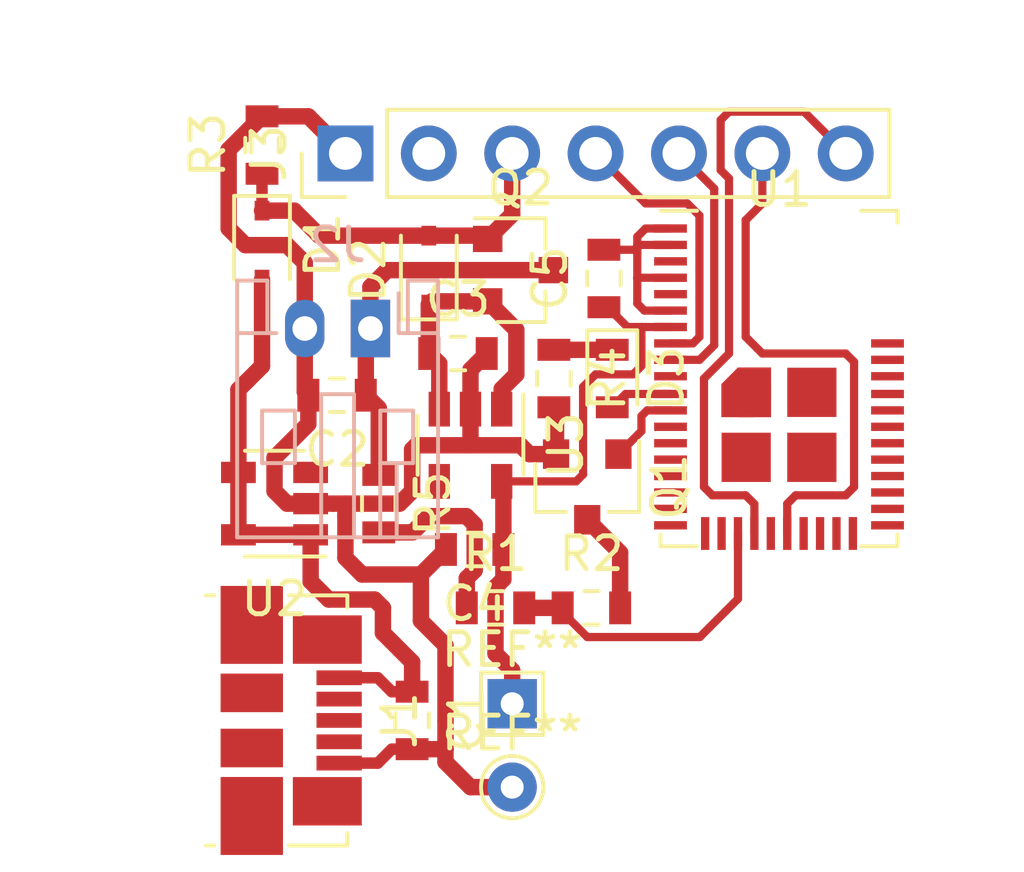
<source format=kicad_pcb>
(kicad_pcb (version 4) (host pcbnew 4.0.7-e2-6376~58~ubuntu16.04.1)

  (general
    (links 63)
    (no_connects 13)
    (area 135.199809 85.42238 166.552191 112.299)
    (thickness 1.6)
    (drawings 0)
    (tracks 186)
    (zones 0)
    (modules 23)
    (nets 18)
  )

  (page A4)
  (layers
    (0 F.Cu signal)
    (31 B.Cu signal)
    (32 B.Adhes user)
    (33 F.Adhes user)
    (34 B.Paste user)
    (35 F.Paste user)
    (36 B.SilkS user)
    (37 F.SilkS user)
    (38 B.Mask user)
    (39 F.Mask user)
    (40 Dwgs.User user)
    (41 Cmts.User user)
    (42 Eco1.User user)
    (43 Eco2.User user)
    (44 Edge.Cuts user)
    (45 Margin user)
    (46 B.CrtYd user)
    (47 F.CrtYd user)
    (48 B.Fab user)
    (49 F.Fab user)
  )

  (setup
    (last_trace_width 0.5)
    (user_trace_width 0.35)
    (user_trace_width 0.5)
    (trace_clearance 0.2)
    (zone_clearance 0.508)
    (zone_45_only no)
    (trace_min 0.2)
    (segment_width 0.2)
    (edge_width 0.15)
    (via_size 0.6)
    (via_drill 0.4)
    (via_min_size 0.4)
    (via_min_drill 0.3)
    (uvia_size 0.3)
    (uvia_drill 0.1)
    (uvias_allowed no)
    (uvia_min_size 0.2)
    (uvia_min_drill 0.1)
    (pcb_text_width 0.3)
    (pcb_text_size 1.5 1.5)
    (mod_edge_width 0.15)
    (mod_text_size 1 1)
    (mod_text_width 0.15)
    (pad_size 1.5 1.5)
    (pad_drill 0.7)
    (pad_to_mask_clearance 0.2)
    (aux_axis_origin 0 0)
    (visible_elements FFFE7B3F)
    (pcbplotparams
      (layerselection 0x00030_80000001)
      (usegerberextensions false)
      (excludeedgelayer true)
      (linewidth 0.100000)
      (plotframeref false)
      (viasonmask false)
      (mode 1)
      (useauxorigin false)
      (hpglpennumber 1)
      (hpglpenspeed 20)
      (hpglpendiameter 15)
      (hpglpenoverlay 2)
      (psnegative false)
      (psa4output false)
      (plotreference true)
      (plotvalue true)
      (plotinvisibletext false)
      (padsonsilk false)
      (subtractmaskfromsilk false)
      (outputformat 1)
      (mirror false)
      (drillshape 1)
      (scaleselection 1)
      (outputdirectory ""))
  )

  (net 0 "")
  (net 1 "Net-(C1-Pad1)")
  (net 2 GND)
  (net 3 +BATT)
  (net 4 "Net-(C3-Pad1)")
  (net 5 VDD)
  (net 6 VBUS)
  (net 7 "Net-(J1-Pad6)")
  (net 8 "Net-(Q1-Pad3)")
  (net 9 /SWDIO/RESET)
  (net 10 /SWDCLK)
  (net 11 /GPIO0)
  (net 12 /GPIO1)
  (net 13 /BATT_V_EN)
  (net 14 /BATT_V)
  (net 15 "Net-(D3-Pad1)")
  (net 16 /LED_1)
  (net 17 "Net-(R1-Pad1)")

  (net_class Default "This is the default net class."
    (clearance 0.2)
    (trace_width 0.25)
    (via_dia 0.6)
    (via_drill 0.4)
    (uvia_dia 0.3)
    (uvia_drill 0.1)
    (add_net +BATT)
    (add_net /BATT_V)
    (add_net /BATT_V_EN)
    (add_net /GPIO0)
    (add_net /GPIO1)
    (add_net /LED_1)
    (add_net /SWDCLK)
    (add_net /SWDIO/RESET)
    (add_net GND)
    (add_net "Net-(C1-Pad1)")
    (add_net "Net-(C3-Pad1)")
    (add_net "Net-(D3-Pad1)")
    (add_net "Net-(J1-Pad6)")
    (add_net "Net-(Q1-Pad3)")
    (add_net "Net-(R1-Pad1)")
    (add_net VBUS)
    (add_net VDD)
  )

  (module Capacitor_SMD:C_0603_1608Metric (layer F.Cu) (tedit 59FE48B8) (tstamp 5A93F548)
    (at 147.828 107.442 270)
    (descr "Capacitor SMD 0603 (1608 Metric), square (rectangular) end terminal, IPC_7351 nominal, (Body size source: http://www.tortai-tech.com/upload/download/2011102023233369053.pdf), generated with kicad-footprint-generator")
    (tags capacitor)
    (path /5A93E912/59D379CA)
    (attr smd)
    (fp_text reference C1 (at 0 -1.65 270) (layer F.SilkS)
      (effects (font (size 1 1) (thickness 0.15)))
    )
    (fp_text value 4.7u (at 0 1.65 270) (layer F.Fab)
      (effects (font (size 1 1) (thickness 0.15)))
    )
    (fp_line (start -0.8 0.4) (end -0.8 -0.4) (layer F.Fab) (width 0.1))
    (fp_line (start -0.8 -0.4) (end 0.8 -0.4) (layer F.Fab) (width 0.1))
    (fp_line (start 0.8 -0.4) (end 0.8 0.4) (layer F.Fab) (width 0.1))
    (fp_line (start 0.8 0.4) (end -0.8 0.4) (layer F.Fab) (width 0.1))
    (fp_line (start -0.22 -0.51) (end 0.22 -0.51) (layer F.SilkS) (width 0.12))
    (fp_line (start -0.22 0.51) (end 0.22 0.51) (layer F.SilkS) (width 0.12))
    (fp_line (start -1.46 0.75) (end -1.46 -0.75) (layer F.CrtYd) (width 0.05))
    (fp_line (start -1.46 -0.75) (end 1.46 -0.75) (layer F.CrtYd) (width 0.05))
    (fp_line (start 1.46 -0.75) (end 1.46 0.75) (layer F.CrtYd) (width 0.05))
    (fp_line (start 1.46 0.75) (end -1.46 0.75) (layer F.CrtYd) (width 0.05))
    (fp_text user %R (at 0 0 270) (layer F.Fab)
      (effects (font (size 0.5 0.5) (thickness 0.08)))
    )
    (pad 1 smd rect (at -0.875 0 270) (size 0.67 1) (layers F.Cu F.Paste F.Mask)
      (net 1 "Net-(C1-Pad1)"))
    (pad 2 smd rect (at 0.875 0 270) (size 0.67 1) (layers F.Cu F.Paste F.Mask)
      (net 2 GND))
    (model ${KISYS3DMOD}/Capacitor_SMD.3dshapes/C_0603_1608Metric.wrl
      (at (xyz 0 0 0))
      (scale (xyz 1 1 1))
      (rotate (xyz 0 0 0))
    )
  )

  (module Capacitor_SMD:C_0603_1608Metric (layer F.Cu) (tedit 59FE48B8) (tstamp 5A93F54E)
    (at 145.542 97.536 180)
    (descr "Capacitor SMD 0603 (1608 Metric), square (rectangular) end terminal, IPC_7351 nominal, (Body size source: http://www.tortai-tech.com/upload/download/2011102023233369053.pdf), generated with kicad-footprint-generator")
    (tags capacitor)
    (path /5A93E912/59568C39)
    (attr smd)
    (fp_text reference C2 (at 0 -1.65 180) (layer F.SilkS)
      (effects (font (size 1 1) (thickness 0.15)))
    )
    (fp_text value 4.7u (at 0 1.65 180) (layer F.Fab)
      (effects (font (size 1 1) (thickness 0.15)))
    )
    (fp_line (start -0.8 0.4) (end -0.8 -0.4) (layer F.Fab) (width 0.1))
    (fp_line (start -0.8 -0.4) (end 0.8 -0.4) (layer F.Fab) (width 0.1))
    (fp_line (start 0.8 -0.4) (end 0.8 0.4) (layer F.Fab) (width 0.1))
    (fp_line (start 0.8 0.4) (end -0.8 0.4) (layer F.Fab) (width 0.1))
    (fp_line (start -0.22 -0.51) (end 0.22 -0.51) (layer F.SilkS) (width 0.12))
    (fp_line (start -0.22 0.51) (end 0.22 0.51) (layer F.SilkS) (width 0.12))
    (fp_line (start -1.46 0.75) (end -1.46 -0.75) (layer F.CrtYd) (width 0.05))
    (fp_line (start -1.46 -0.75) (end 1.46 -0.75) (layer F.CrtYd) (width 0.05))
    (fp_line (start 1.46 -0.75) (end 1.46 0.75) (layer F.CrtYd) (width 0.05))
    (fp_line (start 1.46 0.75) (end -1.46 0.75) (layer F.CrtYd) (width 0.05))
    (fp_text user %R (at 0 0 180) (layer F.Fab)
      (effects (font (size 0.5 0.5) (thickness 0.08)))
    )
    (pad 1 smd rect (at -0.875 0 180) (size 0.67 1) (layers F.Cu F.Paste F.Mask)
      (net 3 +BATT))
    (pad 2 smd rect (at 0.875 0 180) (size 0.67 1) (layers F.Cu F.Paste F.Mask)
      (net 2 GND))
    (model ${KISYS3DMOD}/Capacitor_SMD.3dshapes/C_0603_1608Metric.wrl
      (at (xyz 0 0 0))
      (scale (xyz 1 1 1))
      (rotate (xyz 0 0 0))
    )
  )

  (module Capacitor_SMD:C_0603_1608Metric (layer F.Cu) (tedit 59FE48B8) (tstamp 5A93F554)
    (at 149.225 96.266)
    (descr "Capacitor SMD 0603 (1608 Metric), square (rectangular) end terminal, IPC_7351 nominal, (Body size source: http://www.tortai-tech.com/upload/download/2011102023233369053.pdf), generated with kicad-footprint-generator")
    (tags capacitor)
    (path /5A93E912/59568C2A)
    (attr smd)
    (fp_text reference C3 (at 0 -1.65) (layer F.SilkS)
      (effects (font (size 1 1) (thickness 0.15)))
    )
    (fp_text value 1u (at 0 1.65) (layer F.Fab)
      (effects (font (size 1 1) (thickness 0.15)))
    )
    (fp_line (start -0.8 0.4) (end -0.8 -0.4) (layer F.Fab) (width 0.1))
    (fp_line (start -0.8 -0.4) (end 0.8 -0.4) (layer F.Fab) (width 0.1))
    (fp_line (start 0.8 -0.4) (end 0.8 0.4) (layer F.Fab) (width 0.1))
    (fp_line (start 0.8 0.4) (end -0.8 0.4) (layer F.Fab) (width 0.1))
    (fp_line (start -0.22 -0.51) (end 0.22 -0.51) (layer F.SilkS) (width 0.12))
    (fp_line (start -0.22 0.51) (end 0.22 0.51) (layer F.SilkS) (width 0.12))
    (fp_line (start -1.46 0.75) (end -1.46 -0.75) (layer F.CrtYd) (width 0.05))
    (fp_line (start -1.46 -0.75) (end 1.46 -0.75) (layer F.CrtYd) (width 0.05))
    (fp_line (start 1.46 -0.75) (end 1.46 0.75) (layer F.CrtYd) (width 0.05))
    (fp_line (start 1.46 0.75) (end -1.46 0.75) (layer F.CrtYd) (width 0.05))
    (fp_text user %R (at 0 0) (layer F.Fab)
      (effects (font (size 0.5 0.5) (thickness 0.08)))
    )
    (pad 1 smd rect (at -0.875 0) (size 0.67 1) (layers F.Cu F.Paste F.Mask)
      (net 4 "Net-(C3-Pad1)"))
    (pad 2 smd rect (at 0.875 0) (size 0.67 1) (layers F.Cu F.Paste F.Mask)
      (net 2 GND))
    (model ${KISYS3DMOD}/Capacitor_SMD.3dshapes/C_0603_1608Metric.wrl
      (at (xyz 0 0 0))
      (scale (xyz 1 1 1))
      (rotate (xyz 0 0 0))
    )
  )

  (module Capacitor_SMD:C_0603_1608Metric (layer F.Cu) (tedit 59FE48B8) (tstamp 5A93F55A)
    (at 149.733 102.235 180)
    (descr "Capacitor SMD 0603 (1608 Metric), square (rectangular) end terminal, IPC_7351 nominal, (Body size source: http://www.tortai-tech.com/upload/download/2011102023233369053.pdf), generated with kicad-footprint-generator")
    (tags capacitor)
    (path /5A93E912/59568C2B)
    (attr smd)
    (fp_text reference C4 (at 0 -1.65 180) (layer F.SilkS)
      (effects (font (size 1 1) (thickness 0.15)))
    )
    (fp_text value 1u (at 0 1.65 180) (layer F.Fab)
      (effects (font (size 1 1) (thickness 0.15)))
    )
    (fp_line (start -0.8 0.4) (end -0.8 -0.4) (layer F.Fab) (width 0.1))
    (fp_line (start -0.8 -0.4) (end 0.8 -0.4) (layer F.Fab) (width 0.1))
    (fp_line (start 0.8 -0.4) (end 0.8 0.4) (layer F.Fab) (width 0.1))
    (fp_line (start 0.8 0.4) (end -0.8 0.4) (layer F.Fab) (width 0.1))
    (fp_line (start -0.22 -0.51) (end 0.22 -0.51) (layer F.SilkS) (width 0.12))
    (fp_line (start -0.22 0.51) (end 0.22 0.51) (layer F.SilkS) (width 0.12))
    (fp_line (start -1.46 0.75) (end -1.46 -0.75) (layer F.CrtYd) (width 0.05))
    (fp_line (start -1.46 -0.75) (end 1.46 -0.75) (layer F.CrtYd) (width 0.05))
    (fp_line (start 1.46 -0.75) (end 1.46 0.75) (layer F.CrtYd) (width 0.05))
    (fp_line (start 1.46 0.75) (end -1.46 0.75) (layer F.CrtYd) (width 0.05))
    (fp_text user %R (at 0 0 180) (layer F.Fab)
      (effects (font (size 0.5 0.5) (thickness 0.08)))
    )
    (pad 1 smd rect (at -0.875 0 180) (size 0.67 1) (layers F.Cu F.Paste F.Mask)
      (net 5 VDD))
    (pad 2 smd rect (at 0.875 0 180) (size 0.67 1) (layers F.Cu F.Paste F.Mask)
      (net 2 GND))
    (model ${KISYS3DMOD}/Capacitor_SMD.3dshapes/C_0603_1608Metric.wrl
      (at (xyz 0 0 0))
      (scale (xyz 1 1 1))
      (rotate (xyz 0 0 0))
    )
  )

  (module Diode_SMD:D_SOD-323 (layer F.Cu) (tedit 58641739) (tstamp 5A93F560)
    (at 143.256 92.964 270)
    (descr SOD-323)
    (tags SOD-323)
    (path /5A93E912/5A8FF863)
    (attr smd)
    (fp_text reference D1 (at 0 -1.85 270) (layer F.SilkS)
      (effects (font (size 1 1) (thickness 0.15)))
    )
    (fp_text value BAT20J (at 0.1 1.9 270) (layer F.Fab)
      (effects (font (size 1 1) (thickness 0.15)))
    )
    (fp_text user %R (at 0 -1.85 270) (layer F.Fab)
      (effects (font (size 1 1) (thickness 0.15)))
    )
    (fp_line (start -1.5 -0.85) (end -1.5 0.85) (layer F.SilkS) (width 0.12))
    (fp_line (start 0.2 0) (end 0.45 0) (layer F.Fab) (width 0.1))
    (fp_line (start 0.2 0.35) (end -0.3 0) (layer F.Fab) (width 0.1))
    (fp_line (start 0.2 -0.35) (end 0.2 0.35) (layer F.Fab) (width 0.1))
    (fp_line (start -0.3 0) (end 0.2 -0.35) (layer F.Fab) (width 0.1))
    (fp_line (start -0.3 0) (end -0.5 0) (layer F.Fab) (width 0.1))
    (fp_line (start -0.3 -0.35) (end -0.3 0.35) (layer F.Fab) (width 0.1))
    (fp_line (start -0.9 0.7) (end -0.9 -0.7) (layer F.Fab) (width 0.1))
    (fp_line (start 0.9 0.7) (end -0.9 0.7) (layer F.Fab) (width 0.1))
    (fp_line (start 0.9 -0.7) (end 0.9 0.7) (layer F.Fab) (width 0.1))
    (fp_line (start -0.9 -0.7) (end 0.9 -0.7) (layer F.Fab) (width 0.1))
    (fp_line (start -1.6 -0.95) (end 1.6 -0.95) (layer F.CrtYd) (width 0.05))
    (fp_line (start 1.6 -0.95) (end 1.6 0.95) (layer F.CrtYd) (width 0.05))
    (fp_line (start -1.6 0.95) (end 1.6 0.95) (layer F.CrtYd) (width 0.05))
    (fp_line (start -1.6 -0.95) (end -1.6 0.95) (layer F.CrtYd) (width 0.05))
    (fp_line (start -1.5 0.85) (end 1.05 0.85) (layer F.SilkS) (width 0.12))
    (fp_line (start -1.5 -0.85) (end 1.05 -0.85) (layer F.SilkS) (width 0.12))
    (pad 1 smd rect (at -1.05 0 270) (size 0.6 0.45) (layers F.Cu F.Paste F.Mask)
      (net 6 VBUS))
    (pad 2 smd rect (at 1.05 0 270) (size 0.6 0.45) (layers F.Cu F.Paste F.Mask)
      (net 1 "Net-(C1-Pad1)"))
    (model ${KISYS3DMOD}/Diode_SMD.3dshapes/D_SOD-323.wrl
      (at (xyz 0 0 0))
      (scale (xyz 1 1 1))
      (rotate (xyz 0 0 0))
    )
  )

  (module Diode_SMD:D_SOD-323 (layer F.Cu) (tedit 58641739) (tstamp 5A93F566)
    (at 148.336 93.726 90)
    (descr SOD-323)
    (tags SOD-323)
    (path /5A93E912/59D3921A)
    (attr smd)
    (fp_text reference D2 (at 0 -1.85 90) (layer F.SilkS)
      (effects (font (size 1 1) (thickness 0.15)))
    )
    (fp_text value BAT20J (at 0.1 1.9 90) (layer F.Fab)
      (effects (font (size 1 1) (thickness 0.15)))
    )
    (fp_text user %R (at 0 -1.85 90) (layer F.Fab)
      (effects (font (size 1 1) (thickness 0.15)))
    )
    (fp_line (start -1.5 -0.85) (end -1.5 0.85) (layer F.SilkS) (width 0.12))
    (fp_line (start 0.2 0) (end 0.45 0) (layer F.Fab) (width 0.1))
    (fp_line (start 0.2 0.35) (end -0.3 0) (layer F.Fab) (width 0.1))
    (fp_line (start 0.2 -0.35) (end 0.2 0.35) (layer F.Fab) (width 0.1))
    (fp_line (start -0.3 0) (end 0.2 -0.35) (layer F.Fab) (width 0.1))
    (fp_line (start -0.3 0) (end -0.5 0) (layer F.Fab) (width 0.1))
    (fp_line (start -0.3 -0.35) (end -0.3 0.35) (layer F.Fab) (width 0.1))
    (fp_line (start -0.9 0.7) (end -0.9 -0.7) (layer F.Fab) (width 0.1))
    (fp_line (start 0.9 0.7) (end -0.9 0.7) (layer F.Fab) (width 0.1))
    (fp_line (start 0.9 -0.7) (end 0.9 0.7) (layer F.Fab) (width 0.1))
    (fp_line (start -0.9 -0.7) (end 0.9 -0.7) (layer F.Fab) (width 0.1))
    (fp_line (start -1.6 -0.95) (end 1.6 -0.95) (layer F.CrtYd) (width 0.05))
    (fp_line (start 1.6 -0.95) (end 1.6 0.95) (layer F.CrtYd) (width 0.05))
    (fp_line (start -1.6 0.95) (end 1.6 0.95) (layer F.CrtYd) (width 0.05))
    (fp_line (start -1.6 -0.95) (end -1.6 0.95) (layer F.CrtYd) (width 0.05))
    (fp_line (start -1.5 0.85) (end 1.05 0.85) (layer F.SilkS) (width 0.12))
    (fp_line (start -1.5 -0.85) (end 1.05 -0.85) (layer F.SilkS) (width 0.12))
    (pad 1 smd rect (at -1.05 0 90) (size 0.6 0.45) (layers F.Cu F.Paste F.Mask)
      (net 4 "Net-(C3-Pad1)"))
    (pad 2 smd rect (at 1.05 0 90) (size 0.6 0.45) (layers F.Cu F.Paste F.Mask)
      (net 6 VBUS))
    (model ${KISYS3DMOD}/Diode_SMD.3dshapes/D_SOD-323.wrl
      (at (xyz 0 0 0))
      (scale (xyz 1 1 1))
      (rotate (xyz 0 0 0))
    )
  )

  (module Connector_USB:USB_Micro-B_Molex_47346-0001 (layer F.Cu) (tedit 5A1DC0BD) (tstamp 5A93F575)
    (at 144.145 107.442 270)
    (descr "Micro USB B receptable with flange, bottom-mount, SMD, right-angle (http://www.molex.com/pdm_docs/sd/473460001_sd.pdf)")
    (tags "Micro B USB SMD")
    (path /5A93E912/5A93F156)
    (attr smd)
    (fp_text reference J1 (at 0 -3.3 450) (layer F.SilkS)
      (effects (font (size 1 1) (thickness 0.15)))
    )
    (fp_text value USB_OTG (at 0 4.6 450) (layer F.Fab)
      (effects (font (size 1 1) (thickness 0.15)))
    )
    (fp_text user "PCB Edge" (at 0 2.67 450) (layer Dwgs.User)
      (effects (font (size 0.4 0.4) (thickness 0.04)))
    )
    (fp_text user %R (at 0 1.2 270) (layer F.Fab)
      (effects (font (size 1 1) (thickness 0.15)))
    )
    (fp_line (start 3.81 -1.71) (end 3.43 -1.71) (layer F.SilkS) (width 0.12))
    (fp_line (start 4.6 3.9) (end -4.6 3.9) (layer F.CrtYd) (width 0.05))
    (fp_line (start 4.6 -2.7) (end 4.6 3.9) (layer F.CrtYd) (width 0.05))
    (fp_line (start -4.6 -2.7) (end 4.6 -2.7) (layer F.CrtYd) (width 0.05))
    (fp_line (start -4.6 3.9) (end -4.6 -2.7) (layer F.CrtYd) (width 0.05))
    (fp_line (start 3.75 3.35) (end -3.75 3.35) (layer F.Fab) (width 0.1))
    (fp_line (start 3.75 -1.65) (end 3.75 3.35) (layer F.Fab) (width 0.1))
    (fp_line (start -3.75 -1.65) (end 3.75 -1.65) (layer F.Fab) (width 0.1))
    (fp_line (start -3.75 3.35) (end -3.75 -1.65) (layer F.Fab) (width 0.1))
    (fp_line (start 3.81 2.34) (end 3.81 2.6) (layer F.SilkS) (width 0.12))
    (fp_line (start 3.81 -1.71) (end 3.81 0.06) (layer F.SilkS) (width 0.12))
    (fp_line (start -3.81 -1.71) (end -3.43 -1.71) (layer F.SilkS) (width 0.12))
    (fp_line (start -3.81 0.06) (end -3.81 -1.71) (layer F.SilkS) (width 0.12))
    (fp_line (start -3.81 2.6) (end -3.81 2.34) (layer F.SilkS) (width 0.12))
    (fp_line (start -3.25 2.65) (end 3.25 2.65) (layer F.Fab) (width 0.1))
    (pad 1 smd rect (at -1.3 -1.46 270) (size 0.45 1.38) (layers F.Cu F.Paste F.Mask)
      (net 1 "Net-(C1-Pad1)"))
    (pad 2 smd rect (at -0.65 -1.46 270) (size 0.45 1.38) (layers F.Cu F.Paste F.Mask))
    (pad 3 smd rect (at 0 -1.46 270) (size 0.45 1.38) (layers F.Cu F.Paste F.Mask))
    (pad 4 smd rect (at 0.65 -1.46 270) (size 0.45 1.38) (layers F.Cu F.Paste F.Mask))
    (pad 5 smd rect (at 1.3 -1.46 270) (size 0.45 1.38) (layers F.Cu F.Paste F.Mask)
      (net 2 GND))
    (pad 6 smd rect (at -2.4625 -1.1 270) (size 1.475 2.1) (layers F.Cu F.Paste F.Mask)
      (net 7 "Net-(J1-Pad6)"))
    (pad 6 smd rect (at 2.4625 -1.1 270) (size 1.475 2.1) (layers F.Cu F.Paste F.Mask)
      (net 7 "Net-(J1-Pad6)"))
    (pad 6 smd rect (at -2.91 1.2 270) (size 2.375 1.9) (layers F.Cu F.Paste F.Mask)
      (net 7 "Net-(J1-Pad6)"))
    (pad 6 smd rect (at 2.91 1.2 270) (size 2.375 1.9) (layers F.Cu F.Paste F.Mask)
      (net 7 "Net-(J1-Pad6)"))
    (pad 6 smd rect (at -0.84 1.2 270) (size 1.175 1.9) (layers F.Cu F.Paste F.Mask)
      (net 7 "Net-(J1-Pad6)"))
    (pad 6 smd rect (at 0.84 1.2 270) (size 1.175 1.9) (layers F.Cu F.Paste F.Mask)
      (net 7 "Net-(J1-Pad6)"))
    (model ${KISYS3DMOD}/Connector_USB.3dshapes/USB_Micro-B_Molex_47346-0001.wrl
      (at (xyz 0 0 0))
      (scale (xyz 1 1 1))
      (rotate (xyz 0 0 0))
    )
  )

  (module Connector_JST:JST_PH_S2B-PH-K_1x02_P2.00mm_Horizontal (layer B.Cu) (tedit 5A0EDEC2) (tstamp 5A93F57B)
    (at 146.558 95.504 180)
    (descr "JST PH series connector, S2B-PH-K (http://www.jst-mfg.com/product/pdf/eng/ePH.pdf), generated with kicad-footprint-generator")
    (tags "connector JST PH top entry")
    (path /5A93E912/59568744)
    (fp_text reference J2 (at 1 2.55 180) (layer B.SilkS)
      (effects (font (size 1 1) (thickness 0.15)) (justify mirror))
    )
    (fp_text value BATT_CONN (at 1 -7.45 180) (layer B.Fab)
      (effects (font (size 1 1) (thickness 0.15)) (justify mirror))
    )
    (fp_line (start -0.86 -0.14) (end -1.14 -0.14) (layer B.SilkS) (width 0.12))
    (fp_line (start -1.14 -0.14) (end -1.14 1.46) (layer B.SilkS) (width 0.12))
    (fp_line (start -1.14 1.46) (end -2.06 1.46) (layer B.SilkS) (width 0.12))
    (fp_line (start -2.06 1.46) (end -2.06 -6.36) (layer B.SilkS) (width 0.12))
    (fp_line (start -2.06 -6.36) (end 4.06 -6.36) (layer B.SilkS) (width 0.12))
    (fp_line (start 4.06 -6.36) (end 4.06 1.46) (layer B.SilkS) (width 0.12))
    (fp_line (start 4.06 1.46) (end 3.14 1.46) (layer B.SilkS) (width 0.12))
    (fp_line (start 3.14 1.46) (end 3.14 -0.14) (layer B.SilkS) (width 0.12))
    (fp_line (start 3.14 -0.14) (end 2.86 -0.14) (layer B.SilkS) (width 0.12))
    (fp_line (start 0.5 -6.36) (end 0.5 -2) (layer B.SilkS) (width 0.12))
    (fp_line (start 0.5 -2) (end 1.5 -2) (layer B.SilkS) (width 0.12))
    (fp_line (start 1.5 -2) (end 1.5 -6.36) (layer B.SilkS) (width 0.12))
    (fp_line (start -2.06 -0.14) (end -1.14 -0.14) (layer B.SilkS) (width 0.12))
    (fp_line (start 4.06 -0.14) (end 3.14 -0.14) (layer B.SilkS) (width 0.12))
    (fp_line (start -1.3 -2.5) (end -1.3 -4.1) (layer B.SilkS) (width 0.12))
    (fp_line (start -1.3 -4.1) (end -0.3 -4.1) (layer B.SilkS) (width 0.12))
    (fp_line (start -0.3 -4.1) (end -0.3 -2.5) (layer B.SilkS) (width 0.12))
    (fp_line (start -0.3 -2.5) (end -1.3 -2.5) (layer B.SilkS) (width 0.12))
    (fp_line (start 3.3 -2.5) (end 3.3 -4.1) (layer B.SilkS) (width 0.12))
    (fp_line (start 3.3 -4.1) (end 2.3 -4.1) (layer B.SilkS) (width 0.12))
    (fp_line (start 2.3 -4.1) (end 2.3 -2.5) (layer B.SilkS) (width 0.12))
    (fp_line (start 2.3 -2.5) (end 3.3 -2.5) (layer B.SilkS) (width 0.12))
    (fp_line (start -0.3 -4.1) (end -0.3 -6.36) (layer B.SilkS) (width 0.12))
    (fp_line (start -0.8 -4.1) (end -0.8 -6.36) (layer B.SilkS) (width 0.12))
    (fp_line (start -2.45 1.85) (end -2.45 -6.75) (layer B.CrtYd) (width 0.05))
    (fp_line (start -2.45 -6.75) (end 4.45 -6.75) (layer B.CrtYd) (width 0.05))
    (fp_line (start 4.45 -6.75) (end 4.45 1.85) (layer B.CrtYd) (width 0.05))
    (fp_line (start 4.45 1.85) (end -2.45 1.85) (layer B.CrtYd) (width 0.05))
    (fp_line (start -1.25 -0.25) (end -1.25 1.35) (layer B.Fab) (width 0.1))
    (fp_line (start -1.25 1.35) (end -1.95 1.35) (layer B.Fab) (width 0.1))
    (fp_line (start -1.95 1.35) (end -1.95 -6.25) (layer B.Fab) (width 0.1))
    (fp_line (start -1.95 -6.25) (end 3.95 -6.25) (layer B.Fab) (width 0.1))
    (fp_line (start 3.95 -6.25) (end 3.95 1.35) (layer B.Fab) (width 0.1))
    (fp_line (start 3.95 1.35) (end 3.25 1.35) (layer B.Fab) (width 0.1))
    (fp_line (start 3.25 1.35) (end 3.25 -0.25) (layer B.Fab) (width 0.1))
    (fp_line (start 3.25 -0.25) (end -1.25 -0.25) (layer B.Fab) (width 0.1))
    (fp_line (start -0.86 -0.14) (end -0.86 1.075) (layer B.SilkS) (width 0.12))
    (fp_line (start 0 -0.875) (end -0.5 -1.375) (layer B.Fab) (width 0.1))
    (fp_line (start -0.5 -1.375) (end 0.5 -1.375) (layer B.Fab) (width 0.1))
    (fp_line (start 0.5 -1.375) (end 0 -0.875) (layer B.Fab) (width 0.1))
    (fp_text user %R (at 1 -2.5 180) (layer B.Fab)
      (effects (font (size 1 1) (thickness 0.15)) (justify mirror))
    )
    (pad 1 thru_hole rect (at 0 0 180) (size 1.2 1.75) (drill 0.75) (layers *.Cu *.Mask)
      (net 3 +BATT))
    (pad 2 thru_hole oval (at 2 0 180) (size 1.2 1.75) (drill 0.75) (layers *.Cu *.Mask)
      (net 2 GND))
    (model ${KISYS3DMOD}/Connector_JST.3dshapes/JST_PH_S2B-PH-K_1x02_P2.00mm_Horizontal.wrl
      (at (xyz 0 0 0))
      (scale (xyz 1 1 1))
      (rotate (xyz 0 0 0))
    )
  )

  (module Package_TO_SOT_SMD:SOT-23 (layer F.Cu) (tedit 5A02FF57) (tstamp 5A93F582)
    (at 153.162 100.33 270)
    (descr "SOT-23, Standard")
    (tags SOT-23)
    (path /5A93E912/59E4A7A6)
    (attr smd)
    (fp_text reference Q1 (at 0 -2.5 270) (layer F.SilkS)
      (effects (font (size 1 1) (thickness 0.15)))
    )
    (fp_text value Q_NMOS_GSD (at 0 2.5 270) (layer F.Fab)
      (effects (font (size 1 1) (thickness 0.15)))
    )
    (fp_text user %R (at 0 0 360) (layer F.Fab)
      (effects (font (size 0.5 0.5) (thickness 0.075)))
    )
    (fp_line (start -0.7 -0.95) (end -0.7 1.5) (layer F.Fab) (width 0.1))
    (fp_line (start -0.15 -1.52) (end 0.7 -1.52) (layer F.Fab) (width 0.1))
    (fp_line (start -0.7 -0.95) (end -0.15 -1.52) (layer F.Fab) (width 0.1))
    (fp_line (start 0.7 -1.52) (end 0.7 1.52) (layer F.Fab) (width 0.1))
    (fp_line (start -0.7 1.52) (end 0.7 1.52) (layer F.Fab) (width 0.1))
    (fp_line (start 0.76 1.58) (end 0.76 0.65) (layer F.SilkS) (width 0.12))
    (fp_line (start 0.76 -1.58) (end 0.76 -0.65) (layer F.SilkS) (width 0.12))
    (fp_line (start -1.7 -1.75) (end 1.7 -1.75) (layer F.CrtYd) (width 0.05))
    (fp_line (start 1.7 -1.75) (end 1.7 1.75) (layer F.CrtYd) (width 0.05))
    (fp_line (start 1.7 1.75) (end -1.7 1.75) (layer F.CrtYd) (width 0.05))
    (fp_line (start -1.7 1.75) (end -1.7 -1.75) (layer F.CrtYd) (width 0.05))
    (fp_line (start 0.76 -1.58) (end -1.4 -1.58) (layer F.SilkS) (width 0.12))
    (fp_line (start 0.76 1.58) (end -0.7 1.58) (layer F.SilkS) (width 0.12))
    (pad 1 smd rect (at -1 -0.95 270) (size 0.9 0.8) (layers F.Cu F.Paste F.Mask)
      (net 13 /BATT_V_EN))
    (pad 2 smd rect (at -1 0.95 270) (size 0.9 0.8) (layers F.Cu F.Paste F.Mask)
      (net 2 GND))
    (pad 3 smd rect (at 1 0 270) (size 0.9 0.8) (layers F.Cu F.Paste F.Mask)
      (net 8 "Net-(Q1-Pad3)"))
    (model ${KISYS3DMOD}/Package_TO_SOT_SMD.3dshapes/SOT-23.wrl
      (at (xyz 0 0 0))
      (scale (xyz 1 1 1))
      (rotate (xyz 0 0 0))
    )
  )

  (module Package_TO_SOT_SMD:SOT-23 (layer F.Cu) (tedit 5A02FF57) (tstamp 5A93F589)
    (at 151.13 93.726)
    (descr "SOT-23, Standard")
    (tags SOT-23)
    (path /5A93E912/59E4A654)
    (attr smd)
    (fp_text reference Q2 (at 0 -2.5) (layer F.SilkS)
      (effects (font (size 1 1) (thickness 0.15)))
    )
    (fp_text value Q_PMOS_GSD (at 0 2.5) (layer F.Fab)
      (effects (font (size 1 1) (thickness 0.15)))
    )
    (fp_text user %R (at 0 0 90) (layer F.Fab)
      (effects (font (size 0.5 0.5) (thickness 0.075)))
    )
    (fp_line (start -0.7 -0.95) (end -0.7 1.5) (layer F.Fab) (width 0.1))
    (fp_line (start -0.15 -1.52) (end 0.7 -1.52) (layer F.Fab) (width 0.1))
    (fp_line (start -0.7 -0.95) (end -0.15 -1.52) (layer F.Fab) (width 0.1))
    (fp_line (start 0.7 -1.52) (end 0.7 1.52) (layer F.Fab) (width 0.1))
    (fp_line (start -0.7 1.52) (end 0.7 1.52) (layer F.Fab) (width 0.1))
    (fp_line (start 0.76 1.58) (end 0.76 0.65) (layer F.SilkS) (width 0.12))
    (fp_line (start 0.76 -1.58) (end 0.76 -0.65) (layer F.SilkS) (width 0.12))
    (fp_line (start -1.7 -1.75) (end 1.7 -1.75) (layer F.CrtYd) (width 0.05))
    (fp_line (start 1.7 -1.75) (end 1.7 1.75) (layer F.CrtYd) (width 0.05))
    (fp_line (start 1.7 1.75) (end -1.7 1.75) (layer F.CrtYd) (width 0.05))
    (fp_line (start -1.7 1.75) (end -1.7 -1.75) (layer F.CrtYd) (width 0.05))
    (fp_line (start 0.76 -1.58) (end -1.4 -1.58) (layer F.SilkS) (width 0.12))
    (fp_line (start 0.76 1.58) (end -0.7 1.58) (layer F.SilkS) (width 0.12))
    (pad 1 smd rect (at -1 -0.95) (size 0.9 0.8) (layers F.Cu F.Paste F.Mask)
      (net 6 VBUS))
    (pad 2 smd rect (at -1 0.95) (size 0.9 0.8) (layers F.Cu F.Paste F.Mask)
      (net 4 "Net-(C3-Pad1)"))
    (pad 3 smd rect (at 1 0) (size 0.9 0.8) (layers F.Cu F.Paste F.Mask)
      (net 3 +BATT))
    (model ${KISYS3DMOD}/Package_TO_SOT_SMD.3dshapes/SOT-23.wrl
      (at (xyz 0 0 0))
      (scale (xyz 1 1 1))
      (rotate (xyz 0 0 0))
    )
  )

  (module Resistor_SMD:R_0603_1608Metric (layer F.Cu) (tedit 59FE48B8) (tstamp 5A93F58F)
    (at 150.368 104.013)
    (descr "Resistor SMD 0603 (1608 Metric), square (rectangular) end terminal, IPC_7351 nominal, (Body size source: http://www.tortai-tech.com/upload/download/2011102023233369053.pdf), generated with kicad-footprint-generator")
    (tags resistor)
    (path /5A93E912/59D3966F)
    (attr smd)
    (fp_text reference R1 (at 0 -1.65) (layer F.SilkS)
      (effects (font (size 1 1) (thickness 0.15)))
    )
    (fp_text value 1.6k (at 0 1.65) (layer F.Fab)
      (effects (font (size 1 1) (thickness 0.15)))
    )
    (fp_line (start -0.8 0.4) (end -0.8 -0.4) (layer F.Fab) (width 0.1))
    (fp_line (start -0.8 -0.4) (end 0.8 -0.4) (layer F.Fab) (width 0.1))
    (fp_line (start 0.8 -0.4) (end 0.8 0.4) (layer F.Fab) (width 0.1))
    (fp_line (start 0.8 0.4) (end -0.8 0.4) (layer F.Fab) (width 0.1))
    (fp_line (start -0.22 -0.51) (end 0.22 -0.51) (layer F.SilkS) (width 0.12))
    (fp_line (start -0.22 0.51) (end 0.22 0.51) (layer F.SilkS) (width 0.12))
    (fp_line (start -1.46 0.75) (end -1.46 -0.75) (layer F.CrtYd) (width 0.05))
    (fp_line (start -1.46 -0.75) (end 1.46 -0.75) (layer F.CrtYd) (width 0.05))
    (fp_line (start 1.46 -0.75) (end 1.46 0.75) (layer F.CrtYd) (width 0.05))
    (fp_line (start 1.46 0.75) (end -1.46 0.75) (layer F.CrtYd) (width 0.05))
    (fp_text user %R (at 0 0) (layer F.Fab)
      (effects (font (size 0.5 0.5) (thickness 0.08)))
    )
    (pad 1 smd rect (at -0.875 0) (size 0.67 1) (layers F.Cu F.Paste F.Mask)
      (net 17 "Net-(R1-Pad1)"))
    (pad 2 smd rect (at 0.875 0) (size 0.67 1) (layers F.Cu F.Paste F.Mask)
      (net 14 /BATT_V))
    (model ${KISYS3DMOD}/Resistor_SMD.3dshapes/R_0603_1608Metric.wrl
      (at (xyz 0 0 0))
      (scale (xyz 1 1 1))
      (rotate (xyz 0 0 0))
    )
  )

  (module Resistor_SMD:R_0603_1608Metric (layer F.Cu) (tedit 59FE48B8) (tstamp 5A93F595)
    (at 153.289 104.013)
    (descr "Resistor SMD 0603 (1608 Metric), square (rectangular) end terminal, IPC_7351 nominal, (Body size source: http://www.tortai-tech.com/upload/download/2011102023233369053.pdf), generated with kicad-footprint-generator")
    (tags resistor)
    (path /5A93E912/59D396AB)
    (attr smd)
    (fp_text reference R2 (at 0 -1.65) (layer F.SilkS)
      (effects (font (size 1 1) (thickness 0.15)))
    )
    (fp_text value 8.2k (at 0 1.65) (layer F.Fab)
      (effects (font (size 1 1) (thickness 0.15)))
    )
    (fp_line (start -0.8 0.4) (end -0.8 -0.4) (layer F.Fab) (width 0.1))
    (fp_line (start -0.8 -0.4) (end 0.8 -0.4) (layer F.Fab) (width 0.1))
    (fp_line (start 0.8 -0.4) (end 0.8 0.4) (layer F.Fab) (width 0.1))
    (fp_line (start 0.8 0.4) (end -0.8 0.4) (layer F.Fab) (width 0.1))
    (fp_line (start -0.22 -0.51) (end 0.22 -0.51) (layer F.SilkS) (width 0.12))
    (fp_line (start -0.22 0.51) (end 0.22 0.51) (layer F.SilkS) (width 0.12))
    (fp_line (start -1.46 0.75) (end -1.46 -0.75) (layer F.CrtYd) (width 0.05))
    (fp_line (start -1.46 -0.75) (end 1.46 -0.75) (layer F.CrtYd) (width 0.05))
    (fp_line (start 1.46 -0.75) (end 1.46 0.75) (layer F.CrtYd) (width 0.05))
    (fp_line (start 1.46 0.75) (end -1.46 0.75) (layer F.CrtYd) (width 0.05))
    (fp_text user %R (at 0 0) (layer F.Fab)
      (effects (font (size 0.5 0.5) (thickness 0.08)))
    )
    (pad 1 smd rect (at -0.875 0) (size 0.67 1) (layers F.Cu F.Paste F.Mask)
      (net 14 /BATT_V))
    (pad 2 smd rect (at 0.875 0) (size 0.67 1) (layers F.Cu F.Paste F.Mask)
      (net 8 "Net-(Q1-Pad3)"))
    (model ${KISYS3DMOD}/Resistor_SMD.3dshapes/R_0603_1608Metric.wrl
      (at (xyz 0 0 0))
      (scale (xyz 1 1 1))
      (rotate (xyz 0 0 0))
    )
  )

  (module Resistor_SMD:R_0603_1608Metric (layer F.Cu) (tedit 59FE48B8) (tstamp 5A93F59B)
    (at 143.256 89.916 90)
    (descr "Resistor SMD 0603 (1608 Metric), square (rectangular) end terminal, IPC_7351 nominal, (Body size source: http://www.tortai-tech.com/upload/download/2011102023233369053.pdf), generated with kicad-footprint-generator")
    (tags resistor)
    (path /5A93E912/59D3911A)
    (attr smd)
    (fp_text reference R3 (at 0 -1.65 90) (layer F.SilkS)
      (effects (font (size 1 1) (thickness 0.15)))
    )
    (fp_text value 10k (at 0 1.65 90) (layer F.Fab)
      (effects (font (size 1 1) (thickness 0.15)))
    )
    (fp_line (start -0.8 0.4) (end -0.8 -0.4) (layer F.Fab) (width 0.1))
    (fp_line (start -0.8 -0.4) (end 0.8 -0.4) (layer F.Fab) (width 0.1))
    (fp_line (start 0.8 -0.4) (end 0.8 0.4) (layer F.Fab) (width 0.1))
    (fp_line (start 0.8 0.4) (end -0.8 0.4) (layer F.Fab) (width 0.1))
    (fp_line (start -0.22 -0.51) (end 0.22 -0.51) (layer F.SilkS) (width 0.12))
    (fp_line (start -0.22 0.51) (end 0.22 0.51) (layer F.SilkS) (width 0.12))
    (fp_line (start -1.46 0.75) (end -1.46 -0.75) (layer F.CrtYd) (width 0.05))
    (fp_line (start -1.46 -0.75) (end 1.46 -0.75) (layer F.CrtYd) (width 0.05))
    (fp_line (start 1.46 -0.75) (end 1.46 0.75) (layer F.CrtYd) (width 0.05))
    (fp_line (start 1.46 0.75) (end -1.46 0.75) (layer F.CrtYd) (width 0.05))
    (fp_text user %R (at 0 0 90) (layer F.Fab)
      (effects (font (size 0.5 0.5) (thickness 0.08)))
    )
    (pad 1 smd rect (at -0.875 0 90) (size 0.67 1) (layers F.Cu F.Paste F.Mask)
      (net 6 VBUS))
    (pad 2 smd rect (at 0.875 0 90) (size 0.67 1) (layers F.Cu F.Paste F.Mask)
      (net 2 GND))
    (model ${KISYS3DMOD}/Resistor_SMD.3dshapes/R_0603_1608Metric.wrl
      (at (xyz 0 0 0))
      (scale (xyz 1 1 1))
      (rotate (xyz 0 0 0))
    )
  )

  (module RF_Module:RFDigital_RFD77101 (layer F.Cu) (tedit 5A030172) (tstamp 5A93F5CF)
    (at 159.004 97.028)
    (descr "RFDigital RFD77101 Simblee")
    (tags "RFDigital RFD77101 Simblee")
    (path /5A93FA36)
    (attr smd)
    (fp_text reference U1 (at 0 -5.76) (layer F.SilkS)
      (effects (font (size 1 1) (thickness 0.15)))
    )
    (fp_text value RFD77101 (at 0 6.25) (layer F.Fab)
      (effects (font (size 1 1) (thickness 0.15)))
    )
    (fp_line (start -2.75 -5) (end -3.5 -4.25) (layer F.Fab) (width 0.1))
    (fp_line (start 4.06 -5.42) (end -4.06 -5.42) (layer F.CrtYd) (width 0.05))
    (fp_line (start -4.06 -5.42) (end -4.06 5.47) (layer F.CrtYd) (width 0.05))
    (fp_line (start -4.06 5.47) (end 4.06 5.47) (layer F.CrtYd) (width 0.05))
    (fp_line (start 4.06 5.47) (end 4.06 -5.42) (layer F.CrtYd) (width 0.05))
    (fp_line (start 3.61 -4.75) (end 3.61 -5.11) (layer F.SilkS) (width 0.12))
    (fp_line (start 3.61 -5.11) (end 2.5 -5.11) (layer F.SilkS) (width 0.12))
    (fp_line (start -3.61 -5.11) (end -2.5 -5.11) (layer F.SilkS) (width 0.12))
    (fp_line (start 3.61 4.75) (end 3.61 5.11) (layer F.SilkS) (width 0.12))
    (fp_line (start 3.61 5.11) (end 2.5 5.11) (layer F.SilkS) (width 0.12))
    (fp_line (start -3.61 4.75) (end -3.61 5.11) (layer F.SilkS) (width 0.12))
    (fp_line (start -3.61 5.11) (end -2.5 5.11) (layer F.SilkS) (width 0.12))
    (fp_text user %R (at 0 0) (layer F.Fab)
      (effects (font (size 1.6 1.6) (thickness 0.16)))
    )
    (fp_line (start 3.5 -5) (end -2.75 -5) (layer F.Fab) (width 0.1))
    (fp_line (start -3.5 -4.25) (end -3.5 5) (layer F.Fab) (width 0.1))
    (fp_line (start -3.5 5) (end 3.5 5) (layer F.Fab) (width 0.1))
    (fp_line (start 3.5 5) (end 3.5 -5) (layer F.Fab) (width 0.1))
    (pad 42 smd rect (at -1.2525 0.1675 45) (size 0.7144 0.7144) (layers F.Cu F.Paste F.Mask)
      (net 2 GND))
    (pad 42 smd rect (at -1.2525 0.6725) (size 1.01 1.01) (layers F.Cu F.Paste F.Mask)
      (net 2 GND))
    (pad 42 smd rect (at -0.7475 0.6725) (size 1.01 1.01) (layers F.Cu F.Paste F.Mask)
      (net 2 GND))
    (pad 20 smd rect (at -2.25 4.72 90) (size 1 0.254) (layers F.Cu F.Paste F.Mask))
    (pad 22 smd rect (at -1.25 4.72 90) (size 1 0.254) (layers F.Cu F.Paste F.Mask)
      (net 14 /BATT_V))
    (pad 21 smd rect (at -1.75 4.72 90) (size 1 0.254) (layers F.Cu F.Paste F.Mask))
    (pad 23 smd rect (at -0.75 4.72 90) (size 1 0.254) (layers F.Cu F.Paste F.Mask)
      (net 12 /GPIO1))
    (pad 24 smd rect (at -0.25 4.72 90) (size 1 0.254) (layers F.Cu F.Paste F.Mask))
    (pad 25 smd rect (at 0.25 4.72 90) (size 1 0.254) (layers F.Cu F.Paste F.Mask)
      (net 11 /GPIO0))
    (pad 26 smd rect (at 0.75 4.72 90) (size 1 0.254) (layers F.Cu F.Paste F.Mask))
    (pad 27 smd rect (at 1.25 4.72 90) (size 1 0.254) (layers F.Cu F.Paste F.Mask))
    (pad 28 smd rect (at 1.75 4.72 90) (size 1 0.254) (layers F.Cu F.Paste F.Mask))
    (pad 29 smd rect (at 2.25 4.72 90) (size 1 0.254) (layers F.Cu F.Paste F.Mask))
    (pad 31 smd rect (at 3.305 3.97) (size 1 0.254) (layers F.Cu F.Paste F.Mask))
    (pad 41 smd rect (at 3.305 -1.07) (size 1 0.254) (layers F.Cu F.Paste F.Mask))
    (pad 40 smd rect (at 3.305 -0.57) (size 1 0.254) (layers F.Cu F.Paste F.Mask))
    (pad 39 smd rect (at 3.305 -0.07) (size 1 0.254) (layers F.Cu F.Paste F.Mask))
    (pad 38 smd rect (at 3.305 0.47) (size 1 0.254) (layers F.Cu F.Paste F.Mask))
    (pad 37 smd rect (at 3.305 0.97) (size 1 0.254) (layers F.Cu F.Paste F.Mask))
    (pad 36 smd rect (at 3.305 1.47) (size 1 0.254) (layers F.Cu F.Paste F.Mask))
    (pad 35 smd rect (at 3.305 1.97) (size 1 0.254) (layers F.Cu F.Paste F.Mask))
    (pad 34 smd rect (at 3.305 2.47) (size 1 0.254) (layers F.Cu F.Paste F.Mask))
    (pad 33 smd rect (at 3.305 2.97) (size 1 0.254) (layers F.Cu F.Paste F.Mask))
    (pad 32 smd rect (at 3.305 3.47) (size 1 0.254) (layers F.Cu F.Paste F.Mask))
    (pad 30 smd rect (at 3.305 4.47) (size 1 0.254) (layers F.Cu F.Paste F.Mask)
      (net 2 GND))
    (pad 19 smd rect (at -3.305 4.47) (size 1 0.254) (layers F.Cu F.Paste F.Mask)
      (net 2 GND))
    (pad 17 smd rect (at -3.305 3.47) (size 1 0.254) (layers F.Cu F.Paste F.Mask))
    (pad 16 smd rect (at -3.305 2.97) (size 1 0.254) (layers F.Cu F.Paste F.Mask))
    (pad 15 smd rect (at -3.305 2.47) (size 1 0.254) (layers F.Cu F.Paste F.Mask))
    (pad 14 smd rect (at -3.305 1.97) (size 1 0.254) (layers F.Cu F.Paste F.Mask))
    (pad 13 smd rect (at -3.305 1.47) (size 1 0.254) (layers F.Cu F.Paste F.Mask))
    (pad 12 smd rect (at -3.305 0.97) (size 1 0.254) (layers F.Cu F.Paste F.Mask)
      (net 13 /BATT_V_EN))
    (pad 11 smd rect (at -3.305 0.47) (size 1 0.254) (layers F.Cu F.Paste F.Mask)
      (net 16 /LED_1))
    (pad 10 smd rect (at -3.305 -0.07) (size 1 0.254) (layers F.Cu F.Paste F.Mask))
    (pad 9 smd rect (at -3.305 -0.57) (size 1 0.254) (layers F.Cu F.Paste F.Mask)
      (net 10 /SWDCLK))
    (pad 8 smd rect (at -3.305 -1.07) (size 1 0.254) (layers F.Cu F.Paste F.Mask)
      (net 9 /SWDIO/RESET))
    (pad 7 smd rect (at -3.305 -1.57) (size 1 0.254) (layers F.Cu F.Paste F.Mask)
      (net 5 VDD))
    (pad 6 smd rect (at -3.305 -2.07) (size 1 0.254) (layers F.Cu F.Paste F.Mask)
      (net 2 GND))
    (pad 5 smd rect (at -3.305 -2.57) (size 1 0.254) (layers F.Cu F.Paste F.Mask))
    (pad 4 smd rect (at -3.305 -3.07) (size 1 0.254) (layers F.Cu F.Paste F.Mask)
      (net 2 GND))
    (pad 2 smd rect (at -3.305 -4.07) (size 1 0.254) (layers F.Cu F.Paste F.Mask)
      (net 2 GND))
    (pad 18 smd rect (at -3.305 3.97) (size 1 0.254) (layers F.Cu F.Paste F.Mask))
    (pad 3 smd rect (at -3.305 -3.57) (size 1 0.254) (layers F.Cu F.Paste F.Mask))
    (pad 42 smd rect (at -0.7475 0.1675) (size 1.01 1.01) (layers F.Cu F.Paste F.Mask)
      (net 2 GND))
    (pad 45 smd rect (at 1 0.42) (size 1.5 1.5) (layers F.Cu F.Paste F.Mask)
      (net 2 GND))
    (pad 44 smd rect (at 1 2.4) (size 1.5 1.5) (layers F.Cu F.Paste F.Mask)
      (net 2 GND))
    (pad 43 smd rect (at -1 2.4) (size 1.5 1.5) (layers F.Cu F.Paste F.Mask)
      (net 2 GND))
    (pad 1 smd rect (at -3.305 -4.57) (size 1 0.254) (layers F.Cu F.Paste F.Mask)
      (net 2 GND))
    (model ${KISYS3DMOD}/RF_Module.3dshapes/RFDigital_RFD77101.wrl
      (at (xyz 0 0 0))
      (scale (xyz 1 1 1))
      (rotate (xyz 0 0 0))
    )
  )

  (module Package_TO_SOT_SMD:SOT-23-5 (layer F.Cu) (tedit 5A02FF57) (tstamp 5A93F5D8)
    (at 143.637 100.838 180)
    (descr "5-pin SOT23 package")
    (tags SOT-23-5)
    (path /5A93E912/5A93FB3C)
    (attr smd)
    (fp_text reference U2 (at 0 -2.9 180) (layer F.SilkS)
      (effects (font (size 1 1) (thickness 0.15)))
    )
    (fp_text value MCP73811T-420I-OT (at 0 2.9 180) (layer F.Fab)
      (effects (font (size 1 1) (thickness 0.15)))
    )
    (fp_text user %R (at 0 0 270) (layer F.Fab)
      (effects (font (size 0.5 0.5) (thickness 0.075)))
    )
    (fp_line (start -0.9 1.61) (end 0.9 1.61) (layer F.SilkS) (width 0.12))
    (fp_line (start 0.9 -1.61) (end -1.55 -1.61) (layer F.SilkS) (width 0.12))
    (fp_line (start -1.9 -1.8) (end 1.9 -1.8) (layer F.CrtYd) (width 0.05))
    (fp_line (start 1.9 -1.8) (end 1.9 1.8) (layer F.CrtYd) (width 0.05))
    (fp_line (start 1.9 1.8) (end -1.9 1.8) (layer F.CrtYd) (width 0.05))
    (fp_line (start -1.9 1.8) (end -1.9 -1.8) (layer F.CrtYd) (width 0.05))
    (fp_line (start -0.9 -0.9) (end -0.25 -1.55) (layer F.Fab) (width 0.1))
    (fp_line (start 0.9 -1.55) (end -0.25 -1.55) (layer F.Fab) (width 0.1))
    (fp_line (start -0.9 -0.9) (end -0.9 1.55) (layer F.Fab) (width 0.1))
    (fp_line (start 0.9 1.55) (end -0.9 1.55) (layer F.Fab) (width 0.1))
    (fp_line (start 0.9 -1.55) (end 0.9 1.55) (layer F.Fab) (width 0.1))
    (pad 1 smd rect (at -1.1 -0.95 180) (size 1.06 0.65) (layers F.Cu F.Paste F.Mask)
      (net 1 "Net-(C1-Pad1)"))
    (pad 2 smd rect (at -1.1 0 180) (size 1.06 0.65) (layers F.Cu F.Paste F.Mask)
      (net 2 GND))
    (pad 3 smd rect (at -1.1 0.95 180) (size 1.06 0.65) (layers F.Cu F.Paste F.Mask)
      (net 3 +BATT))
    (pad 4 smd rect (at 1.1 0.95 180) (size 1.06 0.65) (layers F.Cu F.Paste F.Mask)
      (net 1 "Net-(C1-Pad1)"))
    (pad 5 smd rect (at 1.1 -0.95 180) (size 1.06 0.65) (layers F.Cu F.Paste F.Mask)
      (net 1 "Net-(C1-Pad1)"))
    (model ${KISYS3DMOD}/Package_TO_SOT_SMD.3dshapes/SOT-23-5.wrl
      (at (xyz 0 0 0))
      (scale (xyz 1 1 1))
      (rotate (xyz 0 0 0))
    )
  )

  (module Package_TO_SOT_SMD:SOT-23-5 (layer F.Cu) (tedit 5A02FF57) (tstamp 5A93F5E1)
    (at 149.606 99.06 270)
    (descr "5-pin SOT23 package")
    (tags SOT-23-5)
    (path /5A93E912/59D37BBB)
    (attr smd)
    (fp_text reference U3 (at 0 -2.9 270) (layer F.SilkS)
      (effects (font (size 1 1) (thickness 0.15)))
    )
    (fp_text value TLV74130 (at 0 2.9 270) (layer F.Fab)
      (effects (font (size 1 1) (thickness 0.15)))
    )
    (fp_text user %R (at 0 0 360) (layer F.Fab)
      (effects (font (size 0.5 0.5) (thickness 0.075)))
    )
    (fp_line (start -0.9 1.61) (end 0.9 1.61) (layer F.SilkS) (width 0.12))
    (fp_line (start 0.9 -1.61) (end -1.55 -1.61) (layer F.SilkS) (width 0.12))
    (fp_line (start -1.9 -1.8) (end 1.9 -1.8) (layer F.CrtYd) (width 0.05))
    (fp_line (start 1.9 -1.8) (end 1.9 1.8) (layer F.CrtYd) (width 0.05))
    (fp_line (start 1.9 1.8) (end -1.9 1.8) (layer F.CrtYd) (width 0.05))
    (fp_line (start -1.9 1.8) (end -1.9 -1.8) (layer F.CrtYd) (width 0.05))
    (fp_line (start -0.9 -0.9) (end -0.25 -1.55) (layer F.Fab) (width 0.1))
    (fp_line (start 0.9 -1.55) (end -0.25 -1.55) (layer F.Fab) (width 0.1))
    (fp_line (start -0.9 -0.9) (end -0.9 1.55) (layer F.Fab) (width 0.1))
    (fp_line (start 0.9 1.55) (end -0.9 1.55) (layer F.Fab) (width 0.1))
    (fp_line (start 0.9 -1.55) (end 0.9 1.55) (layer F.Fab) (width 0.1))
    (pad 1 smd rect (at -1.1 -0.95 270) (size 1.06 0.65) (layers F.Cu F.Paste F.Mask)
      (net 4 "Net-(C3-Pad1)"))
    (pad 2 smd rect (at -1.1 0 270) (size 1.06 0.65) (layers F.Cu F.Paste F.Mask)
      (net 2 GND))
    (pad 3 smd rect (at -1.1 0.95 270) (size 1.06 0.65) (layers F.Cu F.Paste F.Mask)
      (net 4 "Net-(C3-Pad1)"))
    (pad 4 smd rect (at 1.1 0.95 270) (size 1.06 0.65) (layers F.Cu F.Paste F.Mask))
    (pad 5 smd rect (at 1.1 -0.95 270) (size 1.06 0.65) (layers F.Cu F.Paste F.Mask)
      (net 5 VDD))
    (model ${KISYS3DMOD}/Package_TO_SOT_SMD.3dshapes/SOT-23-5.wrl
      (at (xyz 0 0 0))
      (scale (xyz 1 1 1))
      (rotate (xyz 0 0 0))
    )
  )

  (module Connector_PinHeader_2.54mm:PinHeader_1x07_P2.54mm_Vertical (layer F.Cu) (tedit 59FED5CC) (tstamp 5A9404D2)
    (at 145.796 90.17 90)
    (descr "Through hole straight pin header, 1x07, 2.54mm pitch, single row")
    (tags "Through hole pin header THT 1x07 2.54mm single row")
    (path /5A940680)
    (fp_text reference J3 (at 0 -2.33 90) (layer F.SilkS)
      (effects (font (size 1 1) (thickness 0.15)))
    )
    (fp_text value Conn_01x07 (at 0 17.57 90) (layer F.Fab)
      (effects (font (size 1 1) (thickness 0.15)))
    )
    (fp_line (start -0.635 -1.27) (end 1.27 -1.27) (layer F.Fab) (width 0.1))
    (fp_line (start 1.27 -1.27) (end 1.27 16.51) (layer F.Fab) (width 0.1))
    (fp_line (start 1.27 16.51) (end -1.27 16.51) (layer F.Fab) (width 0.1))
    (fp_line (start -1.27 16.51) (end -1.27 -0.635) (layer F.Fab) (width 0.1))
    (fp_line (start -1.27 -0.635) (end -0.635 -1.27) (layer F.Fab) (width 0.1))
    (fp_line (start -1.33 16.57) (end 1.33 16.57) (layer F.SilkS) (width 0.12))
    (fp_line (start -1.33 1.27) (end -1.33 16.57) (layer F.SilkS) (width 0.12))
    (fp_line (start 1.33 1.27) (end 1.33 16.57) (layer F.SilkS) (width 0.12))
    (fp_line (start -1.33 1.27) (end 1.33 1.27) (layer F.SilkS) (width 0.12))
    (fp_line (start -1.33 0) (end -1.33 -1.33) (layer F.SilkS) (width 0.12))
    (fp_line (start -1.33 -1.33) (end 0 -1.33) (layer F.SilkS) (width 0.12))
    (fp_line (start -1.8 -1.8) (end -1.8 17.05) (layer F.CrtYd) (width 0.05))
    (fp_line (start -1.8 17.05) (end 1.8 17.05) (layer F.CrtYd) (width 0.05))
    (fp_line (start 1.8 17.05) (end 1.8 -1.8) (layer F.CrtYd) (width 0.05))
    (fp_line (start 1.8 -1.8) (end -1.8 -1.8) (layer F.CrtYd) (width 0.05))
    (fp_text user %R (at 0 7.62 180) (layer F.Fab)
      (effects (font (size 1 1) (thickness 0.15)))
    )
    (pad 1 thru_hole rect (at 0 0 90) (size 1.7 1.7) (drill 1) (layers *.Cu *.Mask)
      (net 2 GND))
    (pad 2 thru_hole oval (at 0 2.54 90) (size 1.7 1.7) (drill 1) (layers *.Cu *.Mask))
    (pad 3 thru_hole oval (at 0 5.08 90) (size 1.7 1.7) (drill 1) (layers *.Cu *.Mask)
      (net 6 VBUS))
    (pad 4 thru_hole oval (at 0 7.62 90) (size 1.7 1.7) (drill 1) (layers *.Cu *.Mask)
      (net 9 /SWDIO/RESET))
    (pad 5 thru_hole oval (at 0 10.16 90) (size 1.7 1.7) (drill 1) (layers *.Cu *.Mask)
      (net 10 /SWDCLK))
    (pad 6 thru_hole oval (at 0 12.7 90) (size 1.7 1.7) (drill 1) (layers *.Cu *.Mask)
      (net 11 /GPIO0))
    (pad 7 thru_hole oval (at 0 15.24 90) (size 1.7 1.7) (drill 1) (layers *.Cu *.Mask)
      (net 12 /GPIO1))
    (model ${KISYS3DMOD}/Connector_PinHeader_2.54mm.3dshapes/PinHeader_1x07_P2.54mm_Vertical.wrl
      (at (xyz 0 0 0))
      (scale (xyz 1 1 1))
      (rotate (xyz 0 0 0))
    )
  )

  (module Capacitor_SMD:C_0603_1608Metric (layer F.Cu) (tedit 59FE48B8) (tstamp 5A942BC7)
    (at 153.67 93.98 90)
    (descr "Capacitor SMD 0603 (1608 Metric), square (rectangular) end terminal, IPC_7351 nominal, (Body size source: http://www.tortai-tech.com/upload/download/2011102023233369053.pdf), generated with kicad-footprint-generator")
    (tags capacitor)
    (path /5A942D56)
    (attr smd)
    (fp_text reference C5 (at 0 -1.65 90) (layer F.SilkS)
      (effects (font (size 1 1) (thickness 0.15)))
    )
    (fp_text value 1u (at 0 1.65 90) (layer F.Fab)
      (effects (font (size 1 1) (thickness 0.15)))
    )
    (fp_line (start -0.8 0.4) (end -0.8 -0.4) (layer F.Fab) (width 0.1))
    (fp_line (start -0.8 -0.4) (end 0.8 -0.4) (layer F.Fab) (width 0.1))
    (fp_line (start 0.8 -0.4) (end 0.8 0.4) (layer F.Fab) (width 0.1))
    (fp_line (start 0.8 0.4) (end -0.8 0.4) (layer F.Fab) (width 0.1))
    (fp_line (start -0.22 -0.51) (end 0.22 -0.51) (layer F.SilkS) (width 0.12))
    (fp_line (start -0.22 0.51) (end 0.22 0.51) (layer F.SilkS) (width 0.12))
    (fp_line (start -1.46 0.75) (end -1.46 -0.75) (layer F.CrtYd) (width 0.05))
    (fp_line (start -1.46 -0.75) (end 1.46 -0.75) (layer F.CrtYd) (width 0.05))
    (fp_line (start 1.46 -0.75) (end 1.46 0.75) (layer F.CrtYd) (width 0.05))
    (fp_line (start 1.46 0.75) (end -1.46 0.75) (layer F.CrtYd) (width 0.05))
    (fp_text user %R (at 0 0 90) (layer F.Fab)
      (effects (font (size 0.5 0.5) (thickness 0.08)))
    )
    (pad 1 smd rect (at -0.875 0 90) (size 0.67 1) (layers F.Cu F.Paste F.Mask)
      (net 5 VDD))
    (pad 2 smd rect (at 0.875 0 90) (size 0.67 1) (layers F.Cu F.Paste F.Mask)
      (net 2 GND))
    (model ${KISYS3DMOD}/Capacitor_SMD.3dshapes/C_0603_1608Metric.wrl
      (at (xyz 0 0 0))
      (scale (xyz 1 1 1))
      (rotate (xyz 0 0 0))
    )
  )

  (module LED_SMD:LED_0603_1608Metric (layer F.Cu) (tedit 5A00A67C) (tstamp 5A942BCD)
    (at 153.924 97.028 270)
    (descr "LED SMD 0603 (1608 Metric), square (rectangular) end terminal, IPC_7351 nominal, (Body size source: http://www.tortai-tech.com/upload/download/2011102023233369053.pdf), generated with kicad-footprint-generator")
    (tags diode)
    (path /5A942EE5)
    (attr smd)
    (fp_text reference D3 (at 0 -1.65 270) (layer F.SilkS)
      (effects (font (size 1 1) (thickness 0.15)))
    )
    (fp_text value LED (at 0 1.65 270) (layer F.Fab)
      (effects (font (size 1 1) (thickness 0.15)))
    )
    (fp_line (start 0.8 -0.4) (end -0.5 -0.4) (layer F.Fab) (width 0.1))
    (fp_line (start -0.5 -0.4) (end -0.8 -0.1) (layer F.Fab) (width 0.1))
    (fp_line (start -0.8 -0.1) (end -0.8 0.4) (layer F.Fab) (width 0.1))
    (fp_line (start -0.8 0.4) (end 0.8 0.4) (layer F.Fab) (width 0.1))
    (fp_line (start 0.8 0.4) (end 0.8 -0.4) (layer F.Fab) (width 0.1))
    (fp_line (start 0.8 -0.76) (end -1.47 -0.76) (layer F.SilkS) (width 0.12))
    (fp_line (start -1.47 -0.76) (end -1.47 0.76) (layer F.SilkS) (width 0.12))
    (fp_line (start -1.47 0.76) (end 0.8 0.76) (layer F.SilkS) (width 0.12))
    (fp_line (start -1.46 0.75) (end -1.46 -0.75) (layer F.CrtYd) (width 0.05))
    (fp_line (start -1.46 -0.75) (end 1.46 -0.75) (layer F.CrtYd) (width 0.05))
    (fp_line (start 1.46 -0.75) (end 1.46 0.75) (layer F.CrtYd) (width 0.05))
    (fp_line (start 1.46 0.75) (end -1.46 0.75) (layer F.CrtYd) (width 0.05))
    (fp_text user %R (at 0 0 270) (layer F.Fab)
      (effects (font (size 0.5 0.5) (thickness 0.08)))
    )
    (pad 1 smd rect (at -0.875 0 270) (size 0.67 1) (layers F.Cu F.Paste F.Mask)
      (net 15 "Net-(D3-Pad1)"))
    (pad 2 smd rect (at 0.875 0 270) (size 0.67 1) (layers F.Cu F.Paste F.Mask)
      (net 16 /LED_1))
    (model ${KISYS3DMOD}/LED_SMD.3dshapes/LED_0603_1608Metric.wrl
      (at (xyz 0 0 0))
      (scale (xyz 1 1 1))
      (rotate (xyz 0 0 0))
    )
  )

  (module Resistor_SMD:R_0603_1608Metric (layer F.Cu) (tedit 59FE48B8) (tstamp 5A942BD3)
    (at 152.146 97.028 270)
    (descr "Resistor SMD 0603 (1608 Metric), square (rectangular) end terminal, IPC_7351 nominal, (Body size source: http://www.tortai-tech.com/upload/download/2011102023233369053.pdf), generated with kicad-footprint-generator")
    (tags resistor)
    (path /5A942F32)
    (attr smd)
    (fp_text reference R4 (at 0 -1.65 270) (layer F.SilkS)
      (effects (font (size 1 1) (thickness 0.15)))
    )
    (fp_text value R (at 0 1.65 270) (layer F.Fab)
      (effects (font (size 1 1) (thickness 0.15)))
    )
    (fp_line (start -0.8 0.4) (end -0.8 -0.4) (layer F.Fab) (width 0.1))
    (fp_line (start -0.8 -0.4) (end 0.8 -0.4) (layer F.Fab) (width 0.1))
    (fp_line (start 0.8 -0.4) (end 0.8 0.4) (layer F.Fab) (width 0.1))
    (fp_line (start 0.8 0.4) (end -0.8 0.4) (layer F.Fab) (width 0.1))
    (fp_line (start -0.22 -0.51) (end 0.22 -0.51) (layer F.SilkS) (width 0.12))
    (fp_line (start -0.22 0.51) (end 0.22 0.51) (layer F.SilkS) (width 0.12))
    (fp_line (start -1.46 0.75) (end -1.46 -0.75) (layer F.CrtYd) (width 0.05))
    (fp_line (start -1.46 -0.75) (end 1.46 -0.75) (layer F.CrtYd) (width 0.05))
    (fp_line (start 1.46 -0.75) (end 1.46 0.75) (layer F.CrtYd) (width 0.05))
    (fp_line (start 1.46 0.75) (end -1.46 0.75) (layer F.CrtYd) (width 0.05))
    (fp_text user %R (at 0 0 270) (layer F.Fab)
      (effects (font (size 0.5 0.5) (thickness 0.08)))
    )
    (pad 1 smd rect (at -0.875 0 270) (size 0.67 1) (layers F.Cu F.Paste F.Mask)
      (net 15 "Net-(D3-Pad1)"))
    (pad 2 smd rect (at 0.875 0 270) (size 0.67 1) (layers F.Cu F.Paste F.Mask)
      (net 2 GND))
    (model ${KISYS3DMOD}/Resistor_SMD.3dshapes/R_0603_1608Metric.wrl
      (at (xyz 0 0 0))
      (scale (xyz 1 1 1))
      (rotate (xyz 0 0 0))
    )
  )

  (module Resistor_SMD:R_0603_1608Metric (layer F.Cu) (tedit 59FE48B8) (tstamp 5A942FA9)
    (at 146.812 100.838 270)
    (descr "Resistor SMD 0603 (1608 Metric), square (rectangular) end terminal, IPC_7351 nominal, (Body size source: http://www.tortai-tech.com/upload/download/2011102023233369053.pdf), generated with kicad-footprint-generator")
    (tags resistor)
    (path /5A93E912/5A9436EA)
    (attr smd)
    (fp_text reference R5 (at 0 -1.65 270) (layer F.SilkS)
      (effects (font (size 1 1) (thickness 0.15)))
    )
    (fp_text value 1.6k (at 0 1.65 270) (layer F.Fab)
      (effects (font (size 1 1) (thickness 0.15)))
    )
    (fp_line (start -0.8 0.4) (end -0.8 -0.4) (layer F.Fab) (width 0.1))
    (fp_line (start -0.8 -0.4) (end 0.8 -0.4) (layer F.Fab) (width 0.1))
    (fp_line (start 0.8 -0.4) (end 0.8 0.4) (layer F.Fab) (width 0.1))
    (fp_line (start 0.8 0.4) (end -0.8 0.4) (layer F.Fab) (width 0.1))
    (fp_line (start -0.22 -0.51) (end 0.22 -0.51) (layer F.SilkS) (width 0.12))
    (fp_line (start -0.22 0.51) (end 0.22 0.51) (layer F.SilkS) (width 0.12))
    (fp_line (start -1.46 0.75) (end -1.46 -0.75) (layer F.CrtYd) (width 0.05))
    (fp_line (start -1.46 -0.75) (end 1.46 -0.75) (layer F.CrtYd) (width 0.05))
    (fp_line (start 1.46 -0.75) (end 1.46 0.75) (layer F.CrtYd) (width 0.05))
    (fp_line (start 1.46 0.75) (end -1.46 0.75) (layer F.CrtYd) (width 0.05))
    (fp_text user %R (at 0 0 270) (layer F.Fab)
      (effects (font (size 0.5 0.5) (thickness 0.08)))
    )
    (pad 1 smd rect (at -0.875 0 270) (size 0.67 1) (layers F.Cu F.Paste F.Mask)
      (net 3 +BATT))
    (pad 2 smd rect (at 0.875 0 270) (size 0.67 1) (layers F.Cu F.Paste F.Mask)
      (net 17 "Net-(R1-Pad1)"))
    (model ${KISYS3DMOD}/Resistor_SMD.3dshapes/R_0603_1608Metric.wrl
      (at (xyz 0 0 0))
      (scale (xyz 1 1 1))
      (rotate (xyz 0 0 0))
    )
  )

  (module TestPoint:TestPoint_THTPad_D1.5mm_Drill0.7mm (layer F.Cu) (tedit 5A957D4C) (tstamp 5AB2EA0C)
    (at 150.876 109.474)
    (descr "THT pad as test Point, diameter 1.5mm, hole diameter 0.7mm")
    (tags "test point THT pad")
    (attr virtual)
    (fp_text reference REF** (at 0 -1.648) (layer F.SilkS)
      (effects (font (size 1 1) (thickness 0.15)))
    )
    (fp_text value TestPoint_THTPad_D1.5mm_Drill0.7mm (at 0 1.75) (layer F.Fab)
      (effects (font (size 1 1) (thickness 0.15)))
    )
    (fp_text user %R (at 0 -1.65) (layer F.Fab)
      (effects (font (size 1 1) (thickness 0.15)))
    )
    (fp_circle (center 0 0) (end 1.25 0) (layer F.CrtYd) (width 0.05))
    (fp_circle (center 0 0) (end 0 0.95) (layer F.SilkS) (width 0.12))
    (pad 1 thru_hole circle (at 0 0) (size 1.5 1.5) (drill 0.7) (layers *.Cu *.Mask)
      (net 2 GND))
  )

  (module TestPoint:TestPoint_THTPad_1.5x1.5mm_Drill0.7mm (layer F.Cu) (tedit 5A957D47) (tstamp 5ACFE720)
    (at 150.876 106.934)
    (descr "THT rectangular pad as test Point, square 1.5mm side length, hole diameter 0.7mm")
    (tags "test point THT pad rectangle square")
    (attr virtual)
    (fp_text reference REF** (at 0 -1.648) (layer F.SilkS)
      (effects (font (size 1 1) (thickness 0.15)))
    )
    (fp_text value TestPoint_THTPad_1.5x1.5mm_Drill0.7mm (at 0 1.75) (layer F.Fab)
      (effects (font (size 1 1) (thickness 0.15)))
    )
    (fp_text user %R (at 0 -1.65) (layer F.Fab)
      (effects (font (size 1 1) (thickness 0.15)))
    )
    (fp_line (start -0.95 -0.95) (end 0.95 -0.95) (layer F.SilkS) (width 0.12))
    (fp_line (start 0.95 -0.95) (end 0.95 0.95) (layer F.SilkS) (width 0.12))
    (fp_line (start 0.95 0.95) (end -0.95 0.95) (layer F.SilkS) (width 0.12))
    (fp_line (start -0.95 0.95) (end -0.95 -0.95) (layer F.SilkS) (width 0.12))
    (fp_line (start -1.25 -1.25) (end 1.25 -1.25) (layer F.CrtYd) (width 0.05))
    (fp_line (start -1.25 -1.25) (end -1.25 1.25) (layer F.CrtYd) (width 0.05))
    (fp_line (start 1.25 1.25) (end 1.25 -1.25) (layer F.CrtYd) (width 0.05))
    (fp_line (start 1.25 1.25) (end -1.25 1.25) (layer F.CrtYd) (width 0.05))
    (pad 1 thru_hole rect (at 0 0) (size 1.5 1.5) (drill 0.7) (layers *.Cu *.Mask)
      (net 5 VDD))
  )

  (segment (start 144.737 101.788) (end 144.737 103.208) (width 0.5) (layer F.Cu) (net 1))
  (segment (start 147.828 105.664) (end 147.828 106.567) (width 0.5) (layer F.Cu) (net 1) (tstamp 5A9579BC))
  (segment (start 146.939 104.775) (end 147.828 105.664) (width 0.5) (layer F.Cu) (net 1) (tstamp 5A9579BB))
  (segment (start 146.939 104.013) (end 146.939 104.775) (width 0.5) (layer F.Cu) (net 1) (tstamp 5A9579B3))
  (segment (start 146.685 103.759) (end 146.939 104.013) (width 0.5) (layer F.Cu) (net 1) (tstamp 5A9579B2))
  (segment (start 145.288 103.759) (end 146.685 103.759) (width 0.5) (layer F.Cu) (net 1) (tstamp 5A9579B1))
  (segment (start 144.737 103.208) (end 145.288 103.759) (width 0.5) (layer F.Cu) (net 1) (tstamp 5A9579B0))
  (segment (start 142.537 101.788) (end 144.737 101.788) (width 0.5) (layer F.Cu) (net 1))
  (segment (start 142.537 101.788) (end 142.537 99.888) (width 0.5) (layer F.Cu) (net 1))
  (segment (start 142.537 99.888) (end 142.537 97.366) (width 0.5) (layer F.Cu) (net 1))
  (segment (start 142.791 97.112) (end 143.256 96.647) (width 0.5) (layer F.Cu) (net 1) (tstamp 5A95794D))
  (segment (start 143.256 96.647) (end 143.256 94.014) (width 0.5) (layer F.Cu) (net 1) (tstamp 5A95794E))
  (segment (start 142.537 97.366) (end 142.791 97.112) (width 0.5) (layer F.Cu) (net 1) (tstamp 5A95799F))
  (segment (start 145.732 106.142) (end 146.782 106.142) (width 0.35) (layer F.Cu) (net 1))
  (segment (start 146.782 106.142) (end 147.207 106.567) (width 0.35) (layer F.Cu) (net 1) (tstamp 5A940B29))
  (segment (start 147.207 106.567) (end 147.828 106.567) (width 0.35) (layer F.Cu) (net 1) (tstamp 5A940B31))
  (segment (start 147.828 108.317) (end 148.844 108.317) (width 0.5) (layer F.Cu) (net 2))
  (segment (start 148.717 108.331) (end 148.844 108.331) (width 0.5) (layer F.Cu) (net 2) (tstamp 5ACFE747))
  (segment (start 148.83 108.331) (end 148.717 108.331) (width 0.5) (layer F.Cu) (net 2) (tstamp 5ACFE746))
  (segment (start 148.844 108.317) (end 148.83 108.331) (width 0.5) (layer F.Cu) (net 2) (tstamp 5ACFE745))
  (segment (start 148.844 108.712) (end 148.844 108.331) (width 0.5) (layer F.Cu) (net 2) (tstamp 5ACFE741))
  (segment (start 148.844 108.331) (end 148.844 107.442) (width 0.5) (layer F.Cu) (net 2) (tstamp 5ACFE748))
  (segment (start 148.844 107.442) (end 148.844 105.156) (width 0.5) (layer F.Cu) (net 2) (tstamp 5A9577E7))
  (segment (start 148.096 104.408) (end 148.844 105.156) (width 0.5) (layer F.Cu) (net 2) (tstamp 5A9579D6))
  (segment (start 148.096 102.997) (end 148.096 104.408) (width 0.5) (layer F.Cu) (net 2))
  (segment (start 145.796 100.838) (end 145.796 101.219) (width 0.5) (layer F.Cu) (net 2))
  (segment (start 146.304 102.997) (end 148.096 102.997) (width 0.5) (layer F.Cu) (net 2) (tstamp 5A9579CD))
  (segment (start 145.796 102.489) (end 146.304 102.997) (width 0.5) (layer F.Cu) (net 2) (tstamp 5A9579CC))
  (segment (start 145.796 101.219) (end 145.796 102.489) (width 0.5) (layer F.Cu) (net 2))
  (segment (start 147.828 99.187) (end 147.828 100.457) (width 0.5) (layer F.Cu) (net 2))
  (segment (start 147.828 99.187) (end 147.955 99.06) (width 0.5) (layer F.Cu) (net 2) (tstamp 5A95776E))
  (segment (start 149.479 99.06) (end 147.955 99.06) (width 0.5) (layer F.Cu) (net 2) (tstamp 5A95776F))
  (segment (start 147.447 100.838) (end 145.796 100.838) (width 0.5) (layer F.Cu) (net 2) (tstamp 5A957A56))
  (segment (start 145.796 100.838) (end 145.415 100.838) (width 0.5) (layer F.Cu) (net 2) (tstamp 5A957A5E))
  (segment (start 147.828 100.457) (end 147.447 100.838) (width 0.5) (layer F.Cu) (net 2) (tstamp 5A957A53))
  (segment (start 144.737 100.838) (end 145.415 100.838) (width 0.5) (layer F.Cu) (net 2))
  (segment (start 148.096 102.997) (end 148.858 102.235) (width 0.5) (layer F.Cu) (net 2) (tstamp 5A9579CE))
  (segment (start 144.737 100.838) (end 144.018 100.838) (width 0.5) (layer F.Cu) (net 2))
  (segment (start 144.667 98.411) (end 144.667 97.536) (width 0.5) (layer F.Cu) (net 2) (tstamp 5A95799C))
  (segment (start 143.637 99.441) (end 144.667 98.411) (width 0.5) (layer F.Cu) (net 2) (tstamp 5A95799B))
  (segment (start 143.637 100.457) (end 143.637 99.441) (width 0.5) (layer F.Cu) (net 2) (tstamp 5A95799A))
  (segment (start 144.018 100.838) (end 143.637 100.457) (width 0.5) (layer F.Cu) (net 2) (tstamp 5A957999))
  (segment (start 149.606 97.96) (end 149.606 96.76) (width 0.5) (layer F.Cu) (net 2))
  (segment (start 149.606 96.76) (end 150.1 96.266) (width 0.5) (layer F.Cu) (net 2) (tstamp 5A957863))
  (segment (start 147.828 108.317) (end 147.969 108.317) (width 0.5) (layer F.Cu) (net 2))
  (segment (start 148.858 102.235) (end 148.858 102.348) (width 0.5) (layer F.Cu) (net 2))
  (segment (start 149.606 97.96) (end 149.606 99.06) (width 0.5) (layer F.Cu) (net 2))
  (segment (start 149.606 99.06) (end 149.479 99.06) (width 0.5) (layer F.Cu) (net 2) (tstamp 5A957774))
  (segment (start 151.4 99.33) (end 152.212 99.33) (width 0.5) (layer F.Cu) (net 2) (tstamp 5A957771))
  (segment (start 151.13 99.06) (end 151.4 99.33) (width 0.5) (layer F.Cu) (net 2) (tstamp 5A957770))
  (segment (start 149.479 99.06) (end 151.13 99.06) (width 0.5) (layer F.Cu) (net 2) (tstamp 5A957777))
  (segment (start 152.212 99.33) (end 152.212 97.969) (width 0.5) (layer F.Cu) (net 2))
  (segment (start 152.212 97.969) (end 152.146 97.903) (width 0.5) (layer F.Cu) (net 2) (tstamp 5A942E9B))
  (segment (start 153.67 93.105) (end 154.686 93.105) (width 0.25) (layer F.Cu) (net 2))
  (segment (start 154.686 93.105) (end 154.686 93.218) (width 0.25) (layer F.Cu) (net 2) (tstamp 5A942CC2))
  (segment (start 155.699 93.958) (end 154.686 93.958) (width 0.25) (layer F.Cu) (net 2))
  (segment (start 154.686 93.958) (end 154.686 93.98) (width 0.25) (layer F.Cu) (net 2) (tstamp 5A942CBD))
  (segment (start 155.699 92.958) (end 154.686 92.958) (width 0.25) (layer F.Cu) (net 2))
  (segment (start 154.686 92.958) (end 154.686 92.964) (width 0.25) (layer F.Cu) (net 2) (tstamp 5A942CB8))
  (segment (start 155.699 94.958) (end 154.902 94.958) (width 0.25) (layer F.Cu) (net 2))
  (segment (start 154.938 92.458) (end 155.699 92.458) (width 0.25) (layer F.Cu) (net 2) (tstamp 5A942CB5))
  (segment (start 154.686 92.71) (end 154.938 92.458) (width 0.25) (layer F.Cu) (net 2) (tstamp 5A942CB4))
  (segment (start 154.686 94.742) (end 154.686 93.98) (width 0.25) (layer F.Cu) (net 2) (tstamp 5A942CB3))
  (segment (start 154.686 93.98) (end 154.686 93.218) (width 0.25) (layer F.Cu) (net 2) (tstamp 5A942CC0))
  (segment (start 154.686 93.218) (end 154.686 92.964) (width 0.25) (layer F.Cu) (net 2) (tstamp 5A942CC5))
  (segment (start 154.686 92.964) (end 154.686 92.71) (width 0.25) (layer F.Cu) (net 2) (tstamp 5A942CBB))
  (segment (start 154.902 94.958) (end 154.686 94.742) (width 0.25) (layer F.Cu) (net 2) (tstamp 5A942CB2))
  (segment (start 145.732 108.742) (end 146.782 108.742) (width 0.35) (layer F.Cu) (net 2))
  (segment (start 147.207 108.317) (end 147.828 108.317) (width 0.35) (layer F.Cu) (net 2) (tstamp 5A940B36))
  (segment (start 146.782 108.742) (end 147.207 108.317) (width 0.35) (layer F.Cu) (net 2) (tstamp 5A940B35))
  (segment (start 144.558 95.504) (end 144.558 93.504) (width 0.5) (layer F.Cu) (net 2))
  (segment (start 142.24 90.057) (end 143.256 89.041) (width 0.5) (layer F.Cu) (net 2) (tstamp 5A940A05))
  (segment (start 142.24 92.456) (end 142.24 90.057) (width 0.5) (layer F.Cu) (net 2) (tstamp 5A940A04))
  (segment (start 142.748 92.964) (end 142.24 92.456) (width 0.5) (layer F.Cu) (net 2) (tstamp 5A940A03))
  (segment (start 144.018 92.964) (end 142.748 92.964) (width 0.5) (layer F.Cu) (net 2) (tstamp 5A940A02))
  (segment (start 144.558 93.504) (end 144.018 92.964) (width 0.5) (layer F.Cu) (net 2) (tstamp 5A940A01))
  (segment (start 144.558 95.504) (end 144.558 97.427) (width 0.5) (layer F.Cu) (net 2))
  (segment (start 144.558 97.427) (end 144.667 97.536) (width 0.5) (layer F.Cu) (net 2) (tstamp 5A9407CF))
  (segment (start 143.256 89.041) (end 144.667 89.041) (width 0.5) (layer F.Cu) (net 2))
  (segment (start 144.667 89.041) (end 145.796 90.17) (width 0.5) (layer F.Cu) (net 2) (tstamp 5A9407CB))
  (segment (start 150.876 109.474) (end 149.606 109.474) (width 0.5) (layer F.Cu) (net 2))
  (segment (start 149.606 109.474) (end 148.844 108.712) (width 0.5) (layer F.Cu) (net 2) (tstamp 5ACFE740))
  (segment (start 146.737 99.888) (end 146.812 99.963) (width 0.5) (layer F.Cu) (net 3) (tstamp 5A95795B))
  (segment (start 146.812 99.963) (end 146.812 97.931) (width 0.5) (layer F.Cu) (net 3))
  (segment (start 146.812 97.931) (end 146.417 97.536) (width 0.5) (layer F.Cu) (net 3) (tstamp 5A95778A))
  (segment (start 152.13 93.726) (end 147.066 93.726) (width 0.5) (layer F.Cu) (net 3))
  (segment (start 146.558 94.234) (end 146.558 95.504) (width 0.5) (layer F.Cu) (net 3) (tstamp 5A942CD2))
  (segment (start 147.066 93.726) (end 146.558 94.234) (width 0.5) (layer F.Cu) (net 3) (tstamp 5A942CD1))
  (segment (start 146.417 97.536) (end 146.417 95.645) (width 0.5) (layer F.Cu) (net 3))
  (segment (start 146.417 95.645) (end 146.558 95.504) (width 0.5) (layer F.Cu) (net 3) (tstamp 5A9409FE))
  (segment (start 146.991 99.888) (end 147.066 99.963) (width 0.5) (layer F.Cu) (net 3) (tstamp 5A9409F8))
  (segment (start 150.556 97.96) (end 150.556 97.348) (width 0.5) (layer F.Cu) (net 4))
  (segment (start 151.003 95.549) (end 150.13 94.676) (width 0.5) (layer F.Cu) (net 4) (tstamp 5A957868))
  (segment (start 151.003 96.901) (end 151.003 95.549) (width 0.5) (layer F.Cu) (net 4) (tstamp 5A957867))
  (segment (start 150.556 97.348) (end 151.003 96.901) (width 0.5) (layer F.Cu) (net 4) (tstamp 5A957866))
  (segment (start 148.656 97.96) (end 148.656 96.572) (width 0.5) (layer F.Cu) (net 4))
  (segment (start 148.656 96.572) (end 148.35 96.266) (width 0.5) (layer F.Cu) (net 4) (tstamp 5A95785B))
  (segment (start 150.13 94.676) (end 148.436 94.676) (width 0.5) (layer F.Cu) (net 4))
  (segment (start 148.436 94.676) (end 148.336 94.776) (width 0.5) (layer F.Cu) (net 4) (tstamp 5A957857))
  (segment (start 148.336 94.776) (end 148.336 96.252) (width 0.5) (layer F.Cu) (net 4))
  (segment (start 148.336 96.252) (end 148.35 96.266) (width 0.5) (layer F.Cu) (net 4) (tstamp 5A957854))
  (segment (start 150.03 94.776) (end 150.13 94.676) (width 0.5) (layer F.Cu) (net 4) (tstamp 5A942CCE))
  (segment (start 150.876 106.934) (end 150.876 105.918) (width 0.5) (layer F.Cu) (net 5))
  (segment (start 150.608 103.138) (end 150.368 103.378) (width 0.5) (layer F.Cu) (net 5) (tstamp 5A9578B9))
  (segment (start 150.368 103.378) (end 150.368 105.41) (width 0.5) (layer F.Cu) (net 5) (tstamp 5A9578BA))
  (segment (start 150.608 103.138) (end 150.608 102.235) (width 0.5) (layer F.Cu) (net 5))
  (segment (start 150.876 105.918) (end 150.368 105.41) (width 0.5) (layer F.Cu) (net 5) (tstamp 5AB2F08D))
  (segment (start 150.556 100.16) (end 152.824 100.16) (width 0.25) (layer F.Cu) (net 5))
  (segment (start 154.813 96.647) (end 154.813 95.458) (width 0.25) (layer F.Cu) (net 5) (tstamp 5A957823))
  (segment (start 154.559 96.901) (end 154.813 96.647) (width 0.25) (layer F.Cu) (net 5) (tstamp 5A957822))
  (segment (start 153.416 96.901) (end 154.559 96.901) (width 0.25) (layer F.Cu) (net 5) (tstamp 5A957820))
  (segment (start 153.035 97.282) (end 153.416 96.901) (width 0.25) (layer F.Cu) (net 5) (tstamp 5A957818))
  (segment (start 153.035 99.949) (end 153.035 97.282) (width 0.25) (layer F.Cu) (net 5) (tstamp 5A957816))
  (segment (start 152.824 100.16) (end 153.035 99.949) (width 0.25) (layer F.Cu) (net 5) (tstamp 5A957814))
  (segment (start 150.608 102.235) (end 150.608 100.212) (width 0.5) (layer F.Cu) (net 5))
  (segment (start 150.608 100.212) (end 150.556 100.16) (width 0.5) (layer F.Cu) (net 5) (tstamp 5A957802))
  (segment (start 155.699 95.458) (end 154.94 95.458) (width 0.25) (layer F.Cu) (net 5))
  (segment (start 154.94 95.458) (end 154.813 95.458) (width 0.25) (layer F.Cu) (net 5) (tstamp 5A942D89))
  (segment (start 154.813 95.458) (end 154.686 95.458) (width 0.25) (layer F.Cu) (net 5) (tstamp 5A942D95))
  (segment (start 154.686 95.458) (end 154.386 95.458) (width 0.25) (layer F.Cu) (net 5) (tstamp 5A942D8C))
  (segment (start 154.386 95.458) (end 153.783 94.855) (width 0.25) (layer F.Cu) (net 5) (tstamp 5A942CC7))
  (segment (start 153.783 94.855) (end 153.67 94.855) (width 0.25) (layer F.Cu) (net 5) (tstamp 5A942CC8))
  (segment (start 150.876 90.17) (end 150.876 92.03) (width 0.5) (layer F.Cu) (net 6))
  (segment (start 150.876 92.03) (end 150.13 92.776) (width 0.5) (layer F.Cu) (net 6) (tstamp 5A942CDC))
  (segment (start 148.336 92.676) (end 150.03 92.676) (width 0.5) (layer F.Cu) (net 6))
  (segment (start 150.03 92.676) (end 150.13 92.776) (width 0.5) (layer F.Cu) (net 6) (tstamp 5A942CD9))
  (segment (start 148.336 92.676) (end 145 92.676) (width 0.5) (layer F.Cu) (net 6))
  (segment (start 144.238 91.914) (end 143.256 91.914) (width 0.5) (layer F.Cu) (net 6) (tstamp 5A942CD6))
  (segment (start 145 92.676) (end 144.238 91.914) (width 0.5) (layer F.Cu) (net 6) (tstamp 5A942CD5))
  (segment (start 143.256 91.914) (end 143.256 90.791) (width 0.35) (layer F.Cu) (net 6))
  (segment (start 154.164 104.013) (end 154.164 102.332) (width 0.5) (layer F.Cu) (net 8))
  (segment (start 154.164 102.332) (end 153.162 101.33) (width 0.5) (layer F.Cu) (net 8) (tstamp 5A9577FD))
  (segment (start 153.275 101.443) (end 153.162 101.33) (width 0.5) (layer F.Cu) (net 8) (tstamp 5A942FF0))
  (segment (start 155.699 95.958) (end 156.379996 95.958) (width 0.25) (layer F.Cu) (net 9))
  (segment (start 154.94 91.694) (end 153.416 90.17) (width 0.25) (layer F.Cu) (net 9) (tstamp 5A940C17))
  (segment (start 156.21 91.694) (end 154.94 91.694) (width 0.25) (layer F.Cu) (net 9) (tstamp 5A940C14))
  (segment (start 156.579996 92.063996) (end 156.21 91.694) (width 0.25) (layer F.Cu) (net 9) (tstamp 5A940C11))
  (segment (start 156.579996 95.758) (end 156.579996 92.063996) (width 0.25) (layer F.Cu) (net 9) (tstamp 5A940C0E))
  (segment (start 156.379996 95.958) (end 156.579996 95.758) (width 0.25) (layer F.Cu) (net 9) (tstamp 5A940C09))
  (segment (start 155.699 96.458) (end 156.583998 96.458) (width 0.25) (layer F.Cu) (net 10))
  (segment (start 157.029998 91.243998) (end 155.956 90.17) (width 0.25) (layer F.Cu) (net 10) (tstamp 5A940C04))
  (segment (start 157.029998 96.012) (end 157.029998 91.243998) (width 0.25) (layer F.Cu) (net 10) (tstamp 5A940BFD))
  (segment (start 156.583998 96.458) (end 157.029998 96.012) (width 0.25) (layer F.Cu) (net 10) (tstamp 5A940BFA))
  (segment (start 159.254 101.748) (end 159.254 100.842) (width 0.25) (layer F.Cu) (net 11))
  (segment (start 158.496 91.694) (end 158.496 90.17) (width 0.25) (layer F.Cu) (net 11) (tstamp 5A940BE1))
  (segment (start 157.988 92.202) (end 158.496 91.694) (width 0.25) (layer F.Cu) (net 11) (tstamp 5A940BD2))
  (segment (start 157.988 95.758) (end 157.988 92.202) (width 0.25) (layer F.Cu) (net 11) (tstamp 5A940BCF))
  (segment (start 158.496 96.266) (end 157.988 95.758) (width 0.25) (layer F.Cu) (net 11) (tstamp 5A940BCB))
  (segment (start 161.036 96.266) (end 158.496 96.266) (width 0.25) (layer F.Cu) (net 11) (tstamp 5A940BCA))
  (segment (start 161.29 96.52) (end 161.036 96.266) (width 0.25) (layer F.Cu) (net 11) (tstamp 5A940BC9))
  (segment (start 161.29 100.33) (end 161.29 96.52) (width 0.25) (layer F.Cu) (net 11) (tstamp 5A940BC8))
  (segment (start 161.036 100.584) (end 161.29 100.33) (width 0.25) (layer F.Cu) (net 11) (tstamp 5A940BC7))
  (segment (start 159.512 100.584) (end 161.036 100.584) (width 0.25) (layer F.Cu) (net 11) (tstamp 5A940BC6))
  (segment (start 159.254 100.842) (end 159.512 100.584) (width 0.25) (layer F.Cu) (net 11) (tstamp 5A940BC5))
  (segment (start 157.48 96.266) (end 157.48 90.932) (width 0.25) (layer F.Cu) (net 12))
  (segment (start 158.254 100.85) (end 157.988 100.584) (width 0.25) (layer F.Cu) (net 12) (tstamp 5A940BB8))
  (segment (start 157.988 100.584) (end 156.972 100.584) (width 0.25) (layer F.Cu) (net 12) (tstamp 5A940BBC))
  (segment (start 156.972 100.584) (end 156.718 100.33) (width 0.25) (layer F.Cu) (net 12) (tstamp 5A940BBF))
  (segment (start 156.718 100.33) (end 156.718 97.028) (width 0.25) (layer F.Cu) (net 12) (tstamp 5A940BC0))
  (segment (start 156.718 97.028) (end 157.48 96.266) (width 0.25) (layer F.Cu) (net 12) (tstamp 5A940BC1))
  (segment (start 158.254 101.748) (end 158.254 100.85) (width 0.25) (layer F.Cu) (net 12))
  (segment (start 159.766 88.9) (end 161.036 90.17) (width 0.25) (layer F.Cu) (net 12) (tstamp 5A940BF1))
  (segment (start 157.48 88.9) (end 159.766 88.9) (width 0.25) (layer F.Cu) (net 12) (tstamp 5A940BF0))
  (segment (start 157.226 89.154) (end 157.48 88.9) (width 0.25) (layer F.Cu) (net 12) (tstamp 5A940BEA))
  (segment (start 157.226 90.678) (end 157.226 89.154) (width 0.25) (layer F.Cu) (net 12) (tstamp 5A940BE8))
  (segment (start 157.48 90.932) (end 157.226 90.678) (width 0.25) (layer F.Cu) (net 12) (tstamp 5A940BE4))
  (segment (start 155.699 97.998) (end 154.986 97.998) (width 0.25) (layer F.Cu) (net 13))
  (segment (start 154.813 98.629) (end 154.112 99.33) (width 0.25) (layer F.Cu) (net 13) (tstamp 5A943055))
  (segment (start 154.813 98.171) (end 154.813 98.629) (width 0.25) (layer F.Cu) (net 13) (tstamp 5A943053))
  (segment (start 154.986 97.998) (end 154.813 98.171) (width 0.25) (layer F.Cu) (net 13) (tstamp 5A94304E))
  (segment (start 152.414 104.013) (end 152.414 104.154) (width 0.25) (layer F.Cu) (net 14))
  (segment (start 152.414 104.154) (end 153.162 104.902) (width 0.25) (layer F.Cu) (net 14) (tstamp 5A9578A1))
  (segment (start 157.754 103.739) (end 157.754 101.748) (width 0.25) (layer F.Cu) (net 14) (tstamp 5A9578A8))
  (segment (start 156.591 104.902) (end 157.754 103.739) (width 0.25) (layer F.Cu) (net 14) (tstamp 5A9578A3))
  (segment (start 153.162 104.902) (end 156.591 104.902) (width 0.25) (layer F.Cu) (net 14) (tstamp 5A9578A2))
  (segment (start 151.243 104.013) (end 152.414 104.013) (width 0.5) (layer F.Cu) (net 14))
  (segment (start 152.146 96.153) (end 153.924 96.153) (width 0.5) (layer F.Cu) (net 15))
  (segment (start 155.699 97.498) (end 154.329 97.498) (width 0.25) (layer F.Cu) (net 16))
  (segment (start 154.329 97.498) (end 153.924 97.903) (width 0.25) (layer F.Cu) (net 16) (tstamp 5A943044))
  (segment (start 146.812 101.713) (end 147.842 101.713) (width 0.5) (layer F.Cu) (net 17))
  (segment (start 149.493 103.11) (end 149.493 104.013) (width 0.5) (layer F.Cu) (net 17) (tstamp 5A9577C3))
  (segment (start 149.733 102.87) (end 149.493 103.11) (width 0.5) (layer F.Cu) (net 17) (tstamp 5A9577BF))
  (segment (start 149.733 101.473) (end 149.733 102.87) (width 0.5) (layer F.Cu) (net 17) (tstamp 5A9577BE))
  (segment (start 149.479 101.219) (end 149.733 101.473) (width 0.5) (layer F.Cu) (net 17) (tstamp 5A9577BC))
  (segment (start 148.336 101.219) (end 149.479 101.219) (width 0.5) (layer F.Cu) (net 17) (tstamp 5A9577BA))
  (segment (start 147.842 101.713) (end 148.336 101.219) (width 0.5) (layer F.Cu) (net 17) (tstamp 5A9577B7))

)

</source>
